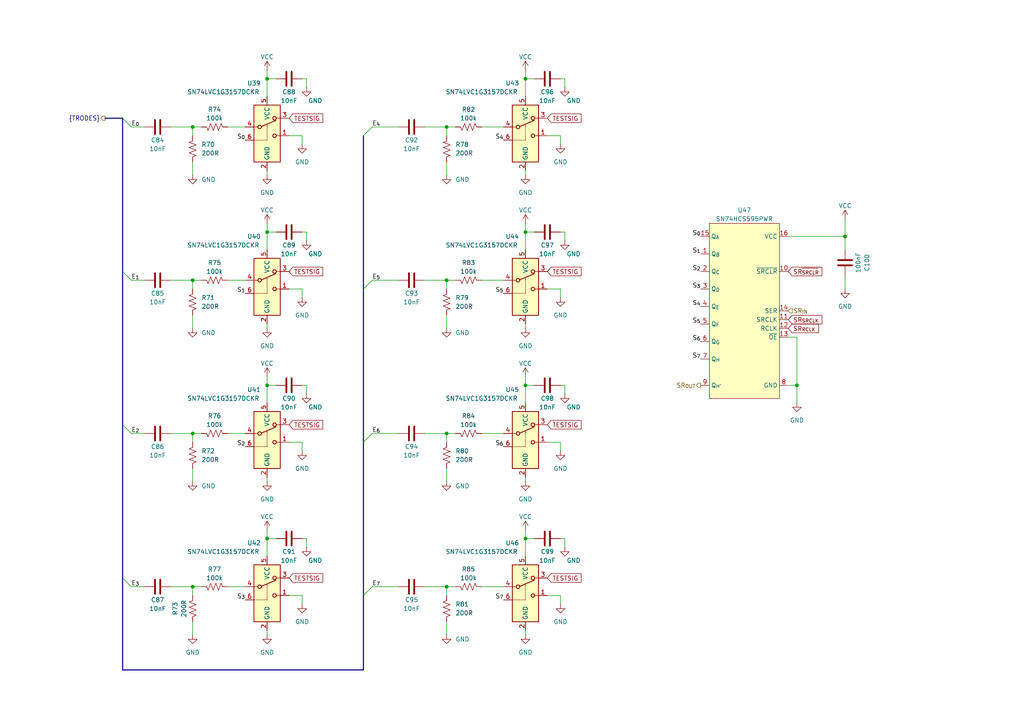
<source format=kicad_sch>
(kicad_sch (version 20250114) (generator "eeschema") (generator_version "9.0")
  (paper "A4")
  (title_block (title "Extracellular Electrophysiology Test Board") (date "2025-03-20") (rev "C") (company "Open Ephys, Inc") (comment 1 "Jonathan P. Newman"))
  (junction (at 152.4 156.21))
  (junction (at 77.47 156.21))
  (junction (at 129.54 81.28))
  (junction (at 129.54 36.83))
  (junction (at 231.14 111.76))
  (junction (at 55.88 81.28))
  (junction (at 77.47 22.86))
  (junction (at 152.4 22.86))
  (junction (at 152.4 111.76))
  (junction (at 77.47 67.31))
  (junction (at 55.88 125.73))
  (junction (at 152.4 67.31))
  (junction (at 129.54 125.73))
  (junction (at 77.47 111.76))
  (junction (at 55.88 36.83))
  (junction (at 129.54 170.18))
  (junction (at 55.88 170.18))
  (junction (at 245.11 68.58))
  (bus_entry (at 105.41 83.82) (size 2.54 -2.54))
  (bus_entry (at 35.56 123.19) (size 2.54 2.54))
  (bus_entry (at 35.56 34.29) (size 2.54 2.54))
  (bus_entry (at 35.56 167.64) (size 2.54 2.54))
  (bus_entry (at 105.41 128.27) (size 2.54 -2.54))
  (bus_entry (at 105.41 172.72) (size 2.54 -2.54))
  (bus_entry (at 35.56 78.74) (size 2.54 2.54))
  (bus_entry (at 105.41 39.37) (size 2.54 -2.54))
  (wire (pts (xy 129.54 81.28) (xy 129.54 83.82)))
  (wire (pts (xy 152.4 109.22) (xy 152.4 111.76)))
  (wire (pts (xy 152.4 95.25) (xy 152.4 93.98)))
  (bus (pts (xy 105.41 83.82) (xy 105.41 128.27)))
  (bus (pts (xy 105.41 39.37) (xy 105.41 83.82)))
  (wire (pts (xy 163.83 22.86) (xy 163.83 25.4)))
  (wire (pts (xy 55.88 91.44) (xy 55.88 95.25)))
  (wire (pts (xy 152.4 67.31) (xy 152.4 72.39)))
  (wire (pts (xy 66.04 36.83) (xy 71.12 36.83)))
  (wire (pts (xy 123.19 36.83) (xy 129.54 36.83)))
  (wire (pts (xy 162.56 156.21) (xy 163.83 156.21)))
  (wire (pts (xy 55.88 36.83) (xy 55.88 39.37)))
  (wire (pts (xy 66.04 81.28) (xy 71.12 81.28)))
  (wire (pts (xy 77.47 67.31) (xy 77.47 72.39)))
  (wire (pts (xy 55.88 36.83) (xy 58.42 36.83)))
  (wire (pts (xy 88.9 67.31) (xy 88.9 69.85)))
  (wire (pts (xy 129.54 46.99) (xy 129.54 50.8)))
  (wire (pts (xy 152.4 139.7) (xy 152.4 138.43)))
  (wire (pts (xy 139.7 125.73) (xy 146.05 125.73)))
  (wire (pts (xy 49.53 36.83) (xy 55.88 36.83)))
  (wire (pts (xy 162.56 83.82) (xy 158.75 83.82)))
  (wire (pts (xy 152.4 67.31) (xy 154.94 67.31)))
  (wire (pts (xy 38.1 81.28) (xy 41.91 81.28)))
  (wire (pts (xy 107.95 36.83) (xy 115.57 36.83)))
  (wire (pts (xy 77.47 156.21) (xy 77.47 161.29)))
  (wire (pts (xy 162.56 172.72) (xy 158.75 172.72)))
  (wire (pts (xy 87.63 67.31) (xy 88.9 67.31)))
  (wire (pts (xy 38.1 170.18) (xy 41.91 170.18)))
  (wire (pts (xy 77.47 50.8) (xy 77.47 49.53)))
  (wire (pts (xy 88.9 156.21) (xy 88.9 158.75)))
  (wire (pts (xy 152.4 64.77) (xy 152.4 67.31)))
  (wire (pts (xy 129.54 125.73) (xy 132.08 125.73)))
  (wire (pts (xy 87.63 83.82) (xy 83.82 83.82)))
  (wire (pts (xy 129.54 81.28) (xy 132.08 81.28)))
  (bus (pts (xy 35.56 167.64) (xy 35.56 194.31)))
  (wire (pts (xy 88.9 22.86) (xy 88.9 25.4)))
  (wire (pts (xy 77.47 139.7) (xy 77.47 138.43)))
  (wire (pts (xy 55.88 180.34) (xy 55.88 184.15)))
  (wire (pts (xy 123.19 81.28) (xy 129.54 81.28)))
  (wire (pts (xy 77.47 109.22) (xy 77.47 111.76)))
  (bus (pts (xy 105.41 128.27) (xy 105.41 172.72)))
  (wire (pts (xy 163.83 67.31) (xy 163.83 69.85)))
  (wire (pts (xy 77.47 67.31) (xy 80.01 67.31)))
  (wire (pts (xy 162.56 86.36) (xy 162.56 83.82)))
  (wire (pts (xy 162.56 128.27) (xy 158.75 128.27)))
  (wire (pts (xy 152.4 184.15) (xy 152.4 182.88)))
  (wire (pts (xy 129.54 135.89) (xy 129.54 139.7)))
  (wire (pts (xy 107.95 125.73) (xy 115.57 125.73)))
  (wire (pts (xy 88.9 111.76) (xy 88.9 114.3)))
  (wire (pts (xy 162.56 67.31) (xy 163.83 67.31)))
  (wire (pts (xy 55.88 46.99) (xy 55.88 50.8)))
  (wire (pts (xy 152.4 111.76) (xy 152.4 116.84)))
  (wire (pts (xy 38.1 36.83) (xy 41.91 36.83)))
  (wire (pts (xy 49.53 170.18) (xy 55.88 170.18)))
  (wire (pts (xy 87.63 86.36) (xy 87.63 83.82)))
  (wire (pts (xy 66.04 170.18) (xy 71.12 170.18)))
  (wire (pts (xy 162.56 22.86) (xy 163.83 22.86)))
  (wire (pts (xy 163.83 111.76) (xy 163.83 114.3)))
  (wire (pts (xy 87.63 130.81) (xy 87.63 128.27)))
  (wire (pts (xy 55.88 170.18) (xy 58.42 170.18)))
  (wire (pts (xy 77.47 95.25) (xy 77.47 93.98)))
  (wire (pts (xy 87.63 41.91) (xy 87.63 39.37)))
  (wire (pts (xy 231.14 97.79) (xy 231.14 111.76)))
  (wire (pts (xy 55.88 170.18) (xy 55.88 172.72)))
  (wire (pts (xy 49.53 125.73) (xy 55.88 125.73)))
  (wire (pts (xy 123.19 170.18) (xy 129.54 170.18)))
  (wire (pts (xy 77.47 111.76) (xy 80.01 111.76)))
  (wire (pts (xy 129.54 180.34) (xy 129.54 184.15)))
  (wire (pts (xy 152.4 22.86) (xy 152.4 27.94)))
  (wire (pts (xy 77.47 184.15) (xy 77.47 182.88)))
  (wire (pts (xy 87.63 175.26) (xy 87.63 172.72)))
  (wire (pts (xy 163.83 156.21) (xy 163.83 158.75)))
  (wire (pts (xy 152.4 22.86) (xy 154.94 22.86)))
  (wire (pts (xy 77.47 20.32) (xy 77.47 22.86)))
  (wire (pts (xy 87.63 111.76) (xy 88.9 111.76)))
  (wire (pts (xy 139.7 170.18) (xy 146.05 170.18)))
  (wire (pts (xy 55.88 125.73) (xy 58.42 125.73)))
  (wire (pts (xy 129.54 36.83) (xy 132.08 36.83)))
  (bus (pts (xy 35.56 78.74) (xy 35.56 123.19)))
  (wire (pts (xy 152.4 111.76) (xy 154.94 111.76)))
  (wire (pts (xy 38.1 125.73) (xy 41.91 125.73)))
  (wire (pts (xy 152.4 50.8) (xy 152.4 49.53)))
  (wire (pts (xy 245.11 80.01) (xy 245.11 83.82)))
  (bus (pts (xy 35.56 34.29) (xy 35.56 78.74)))
  (wire (pts (xy 87.63 22.86) (xy 88.9 22.86)))
  (wire (pts (xy 77.47 22.86) (xy 77.47 27.94)))
  (wire (pts (xy 55.88 81.28) (xy 58.42 81.28)))
  (wire (pts (xy 49.53 81.28) (xy 55.88 81.28)))
  (wire (pts (xy 139.7 36.83) (xy 146.05 36.83)))
  (bus (pts (xy 35.56 123.19) (xy 35.56 167.64)))
  (wire (pts (xy 152.4 156.21) (xy 152.4 161.29)))
  (wire (pts (xy 77.47 64.77) (xy 77.47 67.31)))
  (bus (pts (xy 30.48 34.29) (xy 35.56 34.29)))
  (bus (pts (xy 35.56 194.31) (xy 105.41 194.31)))
  (wire (pts (xy 245.11 68.58) (xy 245.11 72.39)))
  (wire (pts (xy 77.47 156.21) (xy 80.01 156.21)))
  (wire (pts (xy 162.56 41.91) (xy 162.56 39.37)))
  (wire (pts (xy 55.88 135.89) (xy 55.88 139.7)))
  (wire (pts (xy 123.19 125.73) (xy 129.54 125.73)))
  (wire (pts (xy 55.88 81.28) (xy 55.88 83.82)))
  (wire (pts (xy 129.54 170.18) (xy 132.08 170.18)))
  (wire (pts (xy 152.4 153.67) (xy 152.4 156.21)))
  (wire (pts (xy 162.56 130.81) (xy 162.56 128.27)))
  (wire (pts (xy 55.88 125.73) (xy 55.88 128.27)))
  (wire (pts (xy 162.56 39.37) (xy 158.75 39.37)))
  (bus (pts (xy 105.41 172.72) (xy 105.41 194.31)))
  (wire (pts (xy 77.47 22.86) (xy 80.01 22.86)))
  (wire (pts (xy 231.14 111.76) (xy 231.14 116.84)))
  (wire (pts (xy 77.47 111.76) (xy 77.47 116.84)))
  (wire (pts (xy 107.95 170.18) (xy 115.57 170.18)))
  (wire (pts (xy 245.11 68.58) (xy 228.6 68.58)))
  (wire (pts (xy 87.63 172.72) (xy 83.82 172.72)))
  (wire (pts (xy 77.47 153.67) (xy 77.47 156.21)))
  (wire (pts (xy 152.4 20.32) (xy 152.4 22.86)))
  (wire (pts (xy 129.54 125.73) (xy 129.54 128.27)))
  (wire (pts (xy 129.54 36.83) (xy 129.54 39.37)))
  (wire (pts (xy 107.95 81.28) (xy 115.57 81.28)))
  (wire (pts (xy 87.63 39.37) (xy 83.82 39.37)))
  (wire (pts (xy 139.7 81.28) (xy 146.05 81.28)))
  (wire (pts (xy 87.63 156.21) (xy 88.9 156.21)))
  (wire (pts (xy 162.56 111.76) (xy 163.83 111.76)))
  (wire (pts (xy 129.54 170.18) (xy 129.54 172.72)))
  (wire (pts (xy 152.4 156.21) (xy 154.94 156.21)))
  (wire (pts (xy 129.54 91.44) (xy 129.54 95.25)))
  (wire (pts (xy 231.14 111.76) (xy 228.6 111.76)))
  (wire (pts (xy 162.56 175.26) (xy 162.56 172.72)))
  (wire (pts (xy 228.6 97.79) (xy 231.14 97.79)))
  (wire (pts (xy 245.11 63.5) (xy 245.11 68.58)))
  (wire (pts (xy 87.63 128.27) (xy 83.82 128.27)))
  (wire (pts (xy 66.04 125.73) (xy 71.12 125.73)))
  (label "S_{4}" (at 203.2 88.9 180))
  (label "S_{7}" (at 203.2 104.14 180))
  (label "S_{0}" (at 203.2 68.58 180))
  (label "E_{1}" (at 38.1 81.28 0))
  (label "E_{5}" (at 107.95 81.28 0))
  (label "S_{0}" (at 71.12 40.64 180))
  (label "S_{2}" (at 71.12 129.54 180))
  (label "S_{1}" (at 203.2 73.66 180))
  (label "S_{4}" (at 146.05 40.64 180))
  (label "S_{7}" (at 146.05 173.99 180))
  (label "E_{3}" (at 38.1 170.18 0))
  (label "S_{5}" (at 203.2 93.98 180))
  (label "E_{4}" (at 107.95 36.83 0))
  (label "S_{3}" (at 203.2 83.82 180))
  (label "E_{2}" (at 38.1 125.73 0))
  (label "S_{5}" (at 146.05 85.09 180))
  (label "S_{2}" (at 203.2 78.74 180))
  (label "S_{6}" (at 203.2 99.06 180))
  (label "S_{3}" (at 71.12 173.99 180))
  (label "E_{7}" (at 107.95 170.18 0))
  (label "E_{6}" (at 107.95 125.73 0))
  (label "S_{6}" (at 146.05 129.54 180))
  (label "E_{0}" (at 38.1 36.83 0))
  (label "S_{1}" (at 71.12 85.09 180))
  (global_label "TESTSIG" (shape input) (at 158.75 123.19 0) (property "Intersheetrefs" "${INTERSHEET_REFS}" (effects (hide yes))))
  (global_label "TESTSIG" (shape input) (at 83.82 167.64 0) (property "Intersheetrefs" "${INTERSHEET_REFS}" (effects (hide yes))))
  (global_label "TESTSIG" (shape input) (at 83.82 78.74 0) (property "Intersheetrefs" "${INTERSHEET_REFS}" (effects (hide yes))))
  (global_label "SR_{SRCLK}" (shape input) (at 228.6 92.71 0) (property "Intersheetrefs" "${INTERSHEET_REFS}" (effects (hide yes))))
  (global_label "TESTSIG" (shape input) (at 83.82 123.19 0) (property "Intersheetrefs" "${INTERSHEET_REFS}" (effects (hide yes))))
  (global_label "TESTSIG" (shape input) (at 158.75 78.74 0) (property "Intersheetrefs" "${INTERSHEET_REFS}" (effects (hide yes))))
  (global_label "TESTSIG" (shape input) (at 158.75 167.64 0) (property "Intersheetrefs" "${INTERSHEET_REFS}" (effects (hide yes))))
  (global_label "TESTSIG" (shape input) (at 158.75 34.29 0) (property "Intersheetrefs" "${INTERSHEET_REFS}" (effects (hide yes))))
  (global_label "TESTSIG" (shape input) (at 83.82 34.29 0) (property "Intersheetrefs" "${INTERSHEET_REFS}" (effects (hide yes))))
  (global_label "SR_{~{SRCLR}}" (shape input) (at 228.6 78.74 0) (property "Intersheetrefs" "${INTERSHEET_REFS}" (effects (hide yes))))
  (global_label "SR_{RCLK}" (shape input) (at 228.6 95.25 0) (property "Intersheetrefs" "${INTERSHEET_REFS}" (effects (hide yes))))
  (hierarchical_label "SR_{IN}" (shape input) (at 228.6 90.17 0))
  (hierarchical_label "{TRODES}" (shape output) (at 30.48 34.29 180))
  (hierarchical_label "SR_{OUT}" (shape output) (at 203.2 111.76 180))
  (symbol (lib_id "Device:C") (at 119.38 81.28 90) (unit 1)
    (property "Reference" "C25" (at 119.38 85.09 90))
    (property "Value" "10nF" (at 119.38 87.63 90))
    (property "Footprint" "Capacitor_SMD:C_0402_1005Metric" (effects (hide yes)))
    (property "Description" "Unpolarized capacitor" (effects (hide yes)))
    (property "TempCo" "X7R" (effects (hide yes)))
    (property "OEPSPN" "OEPS010067" (effects (hide yes)))
    (property "MPN" "GRM155R71E103KA01D" (effects (hide yes)))
    (instances (project "ephys-test-board" (path "" (reference "C93") (unit 1)) (path "" (reference "C42") (unit 1)) (path "" (reference "C25") (unit 1)) (path "" (reference "C110") (unit 1)) (path "" (reference "C127") (unit 1)) (path "" (reference "C161") (unit 1)) (path "" (reference "C246") (unit 1)) (path "" (reference "C144") (unit 1)) (path "" (reference "C76") (unit 1)) (path "" (reference "C263") (unit 1)) (path "" (reference "C280") (unit 1)) (path "" (reference "C229") (unit 1)) (path "" (reference "C178") (unit 1)) (path "" (reference "C195") (unit 1)) (path "" (reference "C212") (unit 1)) (path "" (reference "C59") (unit 1))))
  )
  (symbol (lib_id "power:VCC") (at 152.4 109.22 0) (mirror y) (unit 1)
    (property "Reference" "#PWR060" (effects (hide yes)))
    (property "Value" "VCC" (at 152.4 105.41 0))
    (property "Description" "Power symbol creates a global label with name \"VCC\"" (effects (hide yes)))
    (instances (project "ephys-test-board" (path "" (reference "#PWR0232") (unit 1)) (path "" (reference "#PWR0103") (unit 1)) (path "" (reference "#PWR060") (unit 1)) (path "" (reference "#PWR0275") (unit 1)) (path "" (reference "#PWR0318") (unit 1)) (path "" (reference "#PWR0404") (unit 1)) (path "" (reference "#PWR0619") (unit 1)) (path "" (reference "#PWR0361") (unit 1)) (path "" (reference "#PWR0189") (unit 1)) (path "" (reference "#PWR0662") (unit 1)) (path "" (reference "#PWR0705") (unit 1)) (path "" (reference "#PWR0576") (unit 1)) (path "" (reference "#PWR0447") (unit 1)) (path "" (reference "#PWR0490") (unit 1)) (path "" (reference "#PWR0533") (unit 1)) (path "" (reference "#PWR0146") (unit 1))))
  )
  (symbol (lib_id "power:VCC") (at 77.47 153.67 0) (mirror y) (unit 1)
    (property "Reference" "#PWR042" (effects (hide yes)))
    (property "Value" "VCC" (at 77.47 149.86 0))
    (property "Description" "Power symbol creates a global label with name \"VCC\"" (effects (hide yes)))
    (instances (project "ephys-test-board" (path "" (reference "#PWR0214") (unit 1)) (path "" (reference "#PWR085") (unit 1)) (path "" (reference "#PWR042") (unit 1)) (path "" (reference "#PWR0257") (unit 1)) (path "" (reference "#PWR0300") (unit 1)) (path "" (reference "#PWR0386") (unit 1)) (path "" (reference "#PWR0601") (unit 1)) (path "" (reference "#PWR0343") (unit 1)) (path "" (reference "#PWR0171") (unit 1)) (path "" (reference "#PWR0644") (unit 1)) (path "" (reference "#PWR0687") (unit 1)) (path "" (reference "#PWR0558") (unit 1)) (path "" (reference "#PWR0429") (unit 1)) (path "" (reference "#PWR0472") (unit 1)) (path "" (reference "#PWR0515") (unit 1)) (path "" (reference "#PWR0128") (unit 1))))
  )
  (symbol (lib_id "Device:C") (at 45.72 170.18 90) (unit 1)
    (property "Reference" "C19" (at 45.72 173.99 90))
    (property "Value" "10nF" (at 45.72 176.53 90))
    (property "Footprint" "Capacitor_SMD:C_0402_1005Metric" (effects (hide yes)))
    (property "Description" "Unpolarized capacitor" (effects (hide yes)))
    (property "TempCo" "X7R" (effects (hide yes)))
    (property "OEPSPN" "OEPS010067" (effects (hide yes)))
    (property "MPN" "GRM155R71E103KA01D" (effects (hide yes)))
    (instances (project "ephys-test-board" (path "" (reference "C87") (unit 1)) (path "" (reference "C36") (unit 1)) (path "" (reference "C19") (unit 1)) (path "" (reference "C104") (unit 1)) (path "" (reference "C121") (unit 1)) (path "" (reference "C155") (unit 1)) (path "" (reference "C240") (unit 1)) (path "" (reference "C138") (unit 1)) (path "" (reference "C70") (unit 1)) (path "" (reference "C257") (unit 1)) (path "" (reference "C274") (unit 1)) (path "" (reference "C223") (unit 1)) (path "" (reference "C172") (unit 1)) (path "" (reference "C189") (unit 1)) (path "" (reference "C206") (unit 1)) (path "" (reference "C53") (unit 1))))
  )
  (symbol (lib_id "Device:R_US") (at 135.89 170.18 270) (mirror x) (unit 1)
    (property "Reference" "R21" (at 135.89 165.1 90))
    (property "Value" "100k" (at 135.89 167.64 90))
    (property "Footprint" "Resistor_SMD:R_0402_1005Metric" (effects (hide yes)))
    (property "Description" "Resistor, US symbol" (effects (hide yes)))
    (property "Tolerance" "0.1%" (effects (hide yes)))
    (property "MPN" "RG1005P-104-B-T5" (effects (hide yes)))
    (property "OEPSPN" "OEPS020175" (effects (hide yes)))
    (instances (project "ephys-test-board" (path "" (reference "R85") (unit 1)) (path "" (reference "R37") (unit 1)) (path "" (reference "R21") (unit 1)) (path "" (reference "R101") (unit 1)) (path "" (reference "R117") (unit 1)) (path "" (reference "R149") (unit 1)) (path "" (reference "R229") (unit 1)) (path "" (reference "R133") (unit 1)) (path "" (reference "R69") (unit 1)) (path "" (reference "R245") (unit 1)) (path "" (reference "R261") (unit 1)) (path "" (reference "R213") (unit 1)) (path "" (reference "R165") (unit 1)) (path "" (reference "R181") (unit 1)) (path "" (reference "R197") (unit 1)) (path "" (reference "R53") (unit 1))))
  )
  (symbol (lib_id "power:GND") (at 231.14 116.84 0) (unit 1)
    (property "Reference" "#PWR074" (effects (hide yes)))
    (property "Value" "GND" (at 231.14 121.92 0))
    (property "Description" "Power symbol creates a global label with name \"GND\" , ground" (effects (hide yes)))
    (instances (project "ephys-test-board" (path "" (reference "#PWR0246") (unit 1)) (path "" (reference "#PWR0117") (unit 1)) (path "" (reference "#PWR074") (unit 1)) (path "" (reference "#PWR0289") (unit 1)) (path "" (reference "#PWR0332") (unit 1)) (path "" (reference "#PWR0418") (unit 1)) (path "" (reference "#PWR0633") (unit 1)) (path "" (reference "#PWR0375") (unit 1)) (path "" (reference "#PWR0203") (unit 1)) (path "" (reference "#PWR0676") (unit 1)) (path "" (reference "#PWR0719") (unit 1)) (path "" (reference "#PWR0590") (unit 1)) (path "" (reference "#PWR0461") (unit 1)) (path "" (reference "#PWR0504") (unit 1)) (path "" (reference "#PWR0547") (unit 1)) (path "" (reference "#PWR0160") (unit 1))))
  )
  (symbol (lib_id "power:GND") (at 87.63 41.91 0) (mirror y) (unit 1)
    (property "Reference" "#PWR044" (effects (hide yes)))
    (property "Value" "GND" (at 87.63 46.99 0))
    (property "Description" "Power symbol creates a global label with name \"GND\" , ground" (effects (hide yes)))
    (instances (project "ephys-test-board" (path "" (reference "#PWR0216") (unit 1)) (path "" (reference "#PWR087") (unit 1)) (path "" (reference "#PWR044") (unit 1)) (path "" (reference "#PWR0259") (unit 1)) (path "" (reference "#PWR0302") (unit 1)) (path "" (reference "#PWR0388") (unit 1)) (path "" (reference "#PWR0603") (unit 1)) (path "" (reference "#PWR0345") (unit 1)) (path "" (reference "#PWR0173") (unit 1)) (path "" (reference "#PWR0646") (unit 1)) (path "" (reference "#PWR0689") (unit 1)) (path "" (reference "#PWR0560") (unit 1)) (path "" (reference "#PWR0431") (unit 1)) (path "" (reference "#PWR0474") (unit 1)) (path "" (reference "#PWR0517") (unit 1)) (path "" (reference "#PWR0130") (unit 1))))
  )
  (symbol (lib_id "open-ephys:SN74LVC1G3157DCKR") (at 152.4 127 0) (unit 1)
    (property "Reference" "U9" (at 148.59 113.03 0))
    (property "Value" "SN74LVC1G3157DCKR" (at 139.7 115.57 0))
    (property "Footprint" "Package_TO_SOT_SMD:SOT-363_SC-70-6" (effects (hide yes)))
    (property "Datasheet" "https://www.ti.com/lit/ds/symlink/sn74lvc1g3157.pdf?HQS=dis-dk-null-digikeymode-dsf-pf-null-wwe&ts=1702261952416&ref_url=https%253A%252F%252Fwww.ti.com%252Fgeneral%252Fdocs%252Fsuppproductinfo.tsp%253FdistId%253D10%2526gotoUrl%253Dhttps%253A%252F%252Fwww.ti.com%252Flit%252Fgpn%252Fsn74lvc1g3157" (effects (hide yes)))
    (property "Description" "Single-Pole Double-Throw Analog Switch" (effects (hide yes)))
    (property "OEPSPN" "espera" (effects (hide yes)))
    (property "MPN" "SN74LVC1G3157DCKR" (effects (hide yes)))
    (instances (project "ephys-test-board" (path "" (reference "U45") (unit 1)) (path "" (reference "U18") (unit 1)) (path "" (reference "U9") (unit 1)) (path "" (reference "U54") (unit 1)) (path "" (reference "U63") (unit 1)) (path "" (reference "U81") (unit 1)) (path "" (reference "U126") (unit 1)) (path "" (reference "U72") (unit 1)) (path "" (reference "U36") (unit 1)) (path "" (reference "U135") (unit 1)) (path "" (reference "U144") (unit 1)) (path "" (reference "U117") (unit 1)) (path "" (reference "U90") (unit 1)) (path "" (reference "U99") (unit 1)) (path "" (reference "U108") (unit 1)) (path "" (reference "U27") (unit 1))))
  )
  (symbol (lib_id "Device:C") (at 83.82 22.86 90) (unit 1)
    (property "Reference" "C20" (at 83.82 26.67 90))
    (property "Value" "10nF" (at 83.82 29.21 90))
    (property "Footprint" "Capacitor_SMD:C_0402_1005Metric" (effects (hide yes)))
    (property "Description" "Unpolarized capacitor" (effects (hide yes)))
    (property "TempCo" "X7R" (effects (hide yes)))
    (property "OEPSPN" "OEPS010067" (effects (hide yes)))
    (property "MPN" "GRM155R71E103KA01D" (effects (hide yes)))
    (instances (project "ephys-test-board" (path "" (reference "C88") (unit 1)) (path "" (reference "C37") (unit 1)) (path "" (reference "C20") (unit 1)) (path "" (reference "C105") (unit 1)) (path "" (reference "C122") (unit 1)) (path "" (reference "C156") (unit 1)) (path "" (reference "C241") (unit 1)) (path "" (reference "C139") (unit 1)) (path "" (reference "C71") (unit 1)) (path "" (reference "C258") (unit 1)) (path "" (reference "C275") (unit 1)) (path "" (reference "C224") (unit 1)) (path "" (reference "C173") (unit 1)) (path "" (reference "C190") (unit 1)) (path "" (reference "C207") (unit 1)) (path "" (reference "C54") (unit 1))))
  )
  (symbol (lib_id "Device:R_US") (at 55.88 176.53 0) (mirror y) (unit 1)
    (property "Reference" "R9" (at 50.8 176.53 90))
    (property "Value" "200R" (at 53.34 176.53 90))
    (property "Footprint" "Resistor_SMD:R_0402_1005Metric" (effects (hide yes)))
    (property "Description" "Resistor, US symbol" (effects (hide yes)))
    (property "Tolerance" "0.1%" (effects (hide yes)))
    (property "MPN" "ERA-2AEB201X" (effects (hide yes)))
    (property "OEPSPN" "OEPS020171" (effects (hide yes)))
    (instances (project "ephys-test-board" (path "" (reference "R73") (unit 1)) (path "" (reference "R25") (unit 1)) (path "" (reference "R9") (unit 1)) (path "" (reference "R89") (unit 1)) (path "" (reference "R105") (unit 1)) (path "" (reference "R137") (unit 1)) (path "" (reference "R217") (unit 1)) (path "" (reference "R121") (unit 1)) (path "" (reference "R57") (unit 1)) (path "" (reference "R233") (unit 1)) (path "" (reference "R249") (unit 1)) (path "" (reference "R201") (unit 1)) (path "" (reference "R153") (unit 1)) (path "" (reference "R169") (unit 1)) (path "" (reference "R185") (unit 1)) (path "" (reference "R41") (unit 1))))
  )
  (symbol (lib_id "Device:R_US") (at 62.23 81.28 270) (mirror x) (unit 1)
    (property "Reference" "R11" (at 62.23 76.2 90))
    (property "Value" "100k" (at 62.23 78.74 90))
    (property "Footprint" "Resistor_SMD:R_0402_1005Metric" (effects (hide yes)))
    (property "Description" "Resistor, US symbol" (effects (hide yes)))
    (property "Tolerance" "0.1%" (effects (hide yes)))
    (property "MPN" "RG1005P-104-B-T5" (effects (hide yes)))
    (property "OEPSPN" "OEPS020175" (effects (hide yes)))
    (instances (project "ephys-test-board" (path "" (reference "R75") (unit 1)) (path "" (reference "R27") (unit 1)) (path "" (reference "R11") (unit 1)) (path "" (reference "R91") (unit 1)) (path "" (reference "R107") (unit 1)) (path "" (reference "R139") (unit 1)) (path "" (reference "R219") (unit 1)) (path "" (reference "R123") (unit 1)) (path "" (reference "R59") (unit 1)) (path "" (reference "R235") (unit 1)) (path "" (reference "R251") (unit 1)) (path "" (reference "R203") (unit 1)) (path "" (reference "R155") (unit 1)) (path "" (reference "R171") (unit 1)) (path "" (reference "R187") (unit 1)) (path "" (reference "R43") (unit 1))))
  )
  (symbol (lib_id "power:VCC") (at 152.4 153.67 0) (mirror y) (unit 1)
    (property "Reference" "#PWR062" (effects (hide yes)))
    (property "Value" "VCC" (at 152.4 149.86 0))
    (property "Description" "Power symbol creates a global label with name \"VCC\"" (effects (hide yes)))
    (instances (project "ephys-test-board" (path "" (reference "#PWR0234") (unit 1)) (path "" (reference "#PWR0105") (unit 1)) (path "" (reference "#PWR062") (unit 1)) (path "" (reference "#PWR0277") (unit 1)) (path "" (reference "#PWR0320") (unit 1)) (path "" (reference "#PWR0406") (unit 1)) (path "" (reference "#PWR0621") (unit 1)) (path "" (reference "#PWR0363") (unit 1)) (path "" (reference "#PWR0191") (unit 1)) (path "" (reference "#PWR0664") (unit 1)) (path "" (reference "#PWR0707") (unit 1)) (path "" (reference "#PWR0578") (unit 1)) (path "" (reference "#PWR0449") (unit 1)) (path "" (reference "#PWR0492") (unit 1)) (path "" (reference "#PWR0535") (unit 1)) (path "" (reference "#PWR0148") (unit 1))))
  )
  (symbol (lib_id "Device:R_US") (at 62.23 36.83 270) (mirror x) (unit 1)
    (property "Reference" "R10" (at 62.23 31.75 90))
    (property "Value" "100k" (at 62.23 34.29 90))
    (property "Footprint" "Resistor_SMD:R_0402_1005Metric" (effects (hide yes)))
    (property "Description" "Resistor, US symbol" (effects (hide yes)))
    (property "Tolerance" "0.1%" (effects (hide yes)))
    (property "MPN" "RG1005P-104-B-T5" (effects (hide yes)))
    (property "OEPSPN" "OEPS020175" (effects (hide yes)))
    (instances (project "ephys-test-board" (path "" (reference "R74") (unit 1)) (path "" (reference "R26") (unit 1)) (path "" (reference "R10") (unit 1)) (path "" (reference "R90") (unit 1)) (path "" (reference "R106") (unit 1)) (path "" (reference "R138") (unit 1)) (path "" (reference "R218") (unit 1)) (path "" (reference "R122") (unit 1)) (path "" (reference "R58") (unit 1)) (path "" (reference "R234") (unit 1)) (path "" (reference "R250") (unit 1)) (path "" (reference "R202") (unit 1)) (path "" (reference "R154") (unit 1)) (path "" (reference "R170") (unit 1)) (path "" (reference "R186") (unit 1)) (path "" (reference "R42") (unit 1))))
  )
  (symbol (lib_id "Device:R_US") (at 55.88 43.18 0) (mirror y) (unit 1)
    (property "Reference" "R6" (at 58.42 41.9099 0) (effects (justify right)))
    (property "Value" "200R" (at 58.42 44.4499 0) (effects (justify right)))
    (property "Footprint" "Resistor_SMD:R_0402_1005Metric" (effects (hide yes)))
    (property "Description" "Resistor, US symbol" (effects (hide yes)))
    (property "Tolerance" "0.1%" (effects (hide yes)))
    (property "MPN" "ERA-2AEB201X" (effects (hide yes)))
    (property "OEPSPN" "OEPS020171" (effects (hide yes)))
    (instances (project "ephys-test-board" (path "" (reference "R70") (unit 1)) (path "" (reference "R22") (unit 1)) (path "" (reference "R6") (unit 1)) (path "" (reference "R86") (unit 1)) (path "" (reference "R102") (unit 1)) (path "" (reference "R134") (unit 1)) (path "" (reference "R214") (unit 1)) (path "" (reference "R118") (unit 1)) (path "" (reference "R54") (unit 1)) (path "" (reference "R230") (unit 1)) (path "" (reference "R246") (unit 1)) (path "" (reference "R198") (unit 1)) (path "" (reference "R150") (unit 1)) (path "" (reference "R166") (unit 1)) (path "" (reference "R182") (unit 1)) (path "" (reference "R38") (unit 1))))
  )
  (symbol (lib_id "Device:C") (at 245.11 76.2 0) (unit 1)
    (property "Reference" "C32" (at 251.46 76.2 90))
    (property "Value" "100nF" (at 248.92 76.2 90))
    (property "Footprint" "Capacitor_SMD:C_0402_1005Metric" (effects (hide yes)))
    (property "Description" "Unpolarized capacitor" (effects (hide yes)))
    (property "TempCo" "X7R" (effects (hide yes)))
    (property "OEPSPN" "OEPS010050" (effects (hide yes)))
    (property "MPN" "C1005X7R1E104K050BB" (effects (hide yes)))
    (instances (project "ephys-test-board" (path "" (reference "C100") (unit 1)) (path "" (reference "C49") (unit 1)) (path "" (reference "C32") (unit 1)) (path "" (reference "C117") (unit 1)) (path "" (reference "C134") (unit 1)) (path "" (reference "C168") (unit 1)) (path "" (reference "C253") (unit 1)) (path "" (reference "C151") (unit 1)) (path "" (reference "C83") (unit 1)) (path "" (reference "C270") (unit 1)) (path "" (reference "C287") (unit 1)) (path "" (reference "C236") (unit 1)) (path "" (reference "C185") (unit 1)) (path "" (reference "C202") (unit 1)) (path "" (reference "C219") (unit 1)) (path "" (reference "C66") (unit 1))))
  )
  (symbol (lib_id "Device:R_US") (at 129.54 176.53 0) (mirror y) (unit 1)
    (property "Reference" "R17" (at 132.08 175.2599 0) (effects (justify right)))
    (property "Value" "200R" (at 132.08 177.7999 0) (effects (justify right)))
    (property "Footprint" "Resistor_SMD:R_0402_1005Metric" (effects (hide yes)))
    (property "Description" "Resistor, US symbol" (effects (hide yes)))
    (property "Tolerance" "0.1%" (effects (hide yes)))
    (property "MPN" "ERA-2AEB201X" (effects (hide yes)))
    (property "OEPSPN" "OEPS020171" (effects (hide yes)))
    (instances (project "ephys-test-board" (path "" (reference "R81") (unit 1)) (path "" (reference "R33") (unit 1)) (path "" (reference "R17") (unit 1)) (path "" (reference "R97") (unit 1)) (path "" (reference "R113") (unit 1)) (path "" (reference "R145") (unit 1)) (path "" (reference "R225") (unit 1)) (path "" (reference "R129") (unit 1)) (path "" (reference "R65") (unit 1)) (path "" (reference "R241") (unit 1)) (path "" (reference "R257") (unit 1)) (path "" (reference "R209") (unit 1)) (path "" (reference "R161") (unit 1)) (path "" (reference "R177") (unit 1)) (path "" (reference "R193") (unit 1)) (path "" (reference "R49") (unit 1))))
  )
  (symbol (lib_id "Device:C") (at 83.82 111.76 90) (unit 1)
    (property "Reference" "C22" (at 83.82 115.57 90))
    (property "Value" "10nF" (at 83.82 118.11 90))
    (property "Footprint" "Capacitor_SMD:C_0402_1005Metric" (effects (hide yes)))
    (property "Description" "Unpolarized capacitor" (effects (hide yes)))
    (property "TempCo" "X7R" (effects (hide yes)))
    (property "OEPSPN" "OEPS010067" (effects (hide yes)))
    (property "MPN" "GRM155R71E103KA01D" (effects (hide yes)))
    (instances (project "ephys-test-board" (path "" (reference "C90") (unit 1)) (path "" (reference "C39") (unit 1)) (path "" (reference "C22") (unit 1)) (path "" (reference "C107") (unit 1)) (path "" (reference "C124") (unit 1)) (path "" (reference "C158") (unit 1)) (path "" (reference "C243") (unit 1)) (path "" (reference "C141") (unit 1)) (path "" (reference "C73") (unit 1)) (path "" (reference "C260") (unit 1)) (path "" (reference "C277") (unit 1)) (path "" (reference "C226") (unit 1)) (path "" (reference "C175") (unit 1)) (path "" (reference "C192") (unit 1)) (path "" (reference "C209") (unit 1)) (path "" (reference "C56") (unit 1))))
  )
  (symbol (lib_id "power:GND") (at 162.56 41.91 0) (mirror y) (unit 1)
    (property "Reference" "#PWR064" (effects (hide yes)))
    (property "Value" "GND" (at 162.56 46.99 0))
    (property "Description" "Power symbol creates a global label with name \"GND\" , ground" (effects (hide yes)))
    (instances (project "ephys-test-board" (path "" (reference "#PWR0236") (unit 1)) (path "" (reference "#PWR0107") (unit 1)) (path "" (reference "#PWR064") (unit 1)) (path "" (reference "#PWR0279") (unit 1)) (path "" (reference "#PWR0322") (unit 1)) (path "" (reference "#PWR0408") (unit 1)) (path "" (reference "#PWR0623") (unit 1)) (path "" (reference "#PWR0365") (unit 1)) (path "" (reference "#PWR0193") (unit 1)) (path "" (reference "#PWR0666") (unit 1)) (path "" (reference "#PWR0709") (unit 1)) (path "" (reference "#PWR0580") (unit 1)) (path "" (reference "#PWR0451") (unit 1)) (path "" (reference "#PWR0494") (unit 1)) (path "" (reference "#PWR0537") (unit 1)) (path "" (reference "#PWR0150") (unit 1))))
  )
  (symbol (lib_id "power:GND") (at 245.11 83.82 0) (unit 1)
    (property "Reference" "#PWR073" (effects (hide yes)))
    (property "Value" "GND" (at 245.11 88.9 0))
    (property "Description" "Power symbol creates a global label with name \"GND\" , ground" (effects (hide yes)))
    (instances (project "ephys-test-board" (path "" (reference "#PWR0245") (unit 1)) (path "" (reference "#PWR0116") (unit 1)) (path "" (reference "#PWR073") (unit 1)) (path "" (reference "#PWR0288") (unit 1)) (path "" (reference "#PWR0331") (unit 1)) (path "" (reference "#PWR0417") (unit 1)) (path "" (reference "#PWR0632") (unit 1)) (path "" (reference "#PWR0374") (unit 1)) (path "" (reference "#PWR0202") (unit 1)) (path "" (reference "#PWR0675") (unit 1)) (path "" (reference "#PWR0718") (unit 1)) (path "" (reference "#PWR0589") (unit 1)) (path "" (reference "#PWR0460") (unit 1)) (path "" (reference "#PWR0503") (unit 1)) (path "" (reference "#PWR0546") (unit 1)) (path "" (reference "#PWR0159") (unit 1))))
  )
  (symbol (lib_id "power:VCC") (at 152.4 64.77 0) (mirror y) (unit 1)
    (property "Reference" "#PWR058" (effects (hide yes)))
    (property "Value" "VCC" (at 152.4 60.96 0))
    (property "Description" "Power symbol creates a global label with name \"VCC\"" (effects (hide yes)))
    (instances (project "ephys-test-board" (path "" (reference "#PWR0230") (unit 1)) (path "" (reference "#PWR0101") (unit 1)) (path "" (reference "#PWR058") (unit 1)) (path "" (reference "#PWR0273") (unit 1)) (path "" (reference "#PWR0316") (unit 1)) (path "" (reference "#PWR0402") (unit 1)) (path "" (reference "#PWR0617") (unit 1)) (path "" (reference "#PWR0359") (unit 1)) (path "" (reference "#PWR0187") (unit 1)) (path "" (reference "#PWR0660") (unit 1)) (path "" (reference "#PWR0703") (unit 1)) (path "" (reference "#PWR0574") (unit 1)) (path "" (reference "#PWR0445") (unit 1)) (path "" (reference "#PWR0488") (unit 1)) (path "" (reference "#PWR0531") (unit 1)) (path "" (reference "#PWR0144") (unit 1))))
  )
  (symbol (lib_id "Device:R_US") (at 129.54 132.08 0) (mirror y) (unit 1)
    (property "Reference" "R16" (at 132.08 130.8099 0) (effects (justify right)))
    (property "Value" "200R" (at 132.08 133.3499 0) (effects (justify right)))
    (property "Footprint" "Resistor_SMD:R_0402_1005Metric" (effects (hide yes)))
    (property "Description" "Resistor, US symbol" (effects (hide yes)))
    (property "Tolerance" "0.1%" (effects (hide yes)))
    (property "MPN" "ERA-2AEB201X" (effects (hide yes)))
    (property "OEPSPN" "OEPS020171" (effects (hide yes)))
    (instances (project "ephys-test-board" (path "" (reference "R80") (unit 1)) (path "" (reference "R32") (unit 1)) (path "" (reference "R16") (unit 1)) (path "" (reference "R96") (unit 1)) (path "" (reference "R112") (unit 1)) (path "" (reference "R144") (unit 1)) (path "" (reference "R224") (unit 1)) (path "" (reference "R128") (unit 1)) (path "" (reference "R64") (unit 1)) (path "" (reference "R240") (unit 1)) (path "" (reference "R256") (unit 1)) (path "" (reference "R208") (unit 1)) (path "" (reference "R160") (unit 1)) (path "" (reference "R176") (unit 1)) (path "" (reference "R192") (unit 1)) (path "" (reference "R48") (unit 1))))
  )
  (symbol (lib_id "power:GND") (at 88.9 25.4 0) (mirror y) (unit 1)
    (property "Reference" "#PWR048" (effects (hide yes)))
    (property "Value" "GND" (at 91.44 29.21 0))
    (property "Description" "Power symbol creates a global label with name \"GND\" , ground" (effects (hide yes)))
    (instances (project "ephys-test-board" (path "" (reference "#PWR0220") (unit 1)) (path "" (reference "#PWR091") (unit 1)) (path "" (reference "#PWR048") (unit 1)) (path "" (reference "#PWR0263") (unit 1)) (path "" (reference "#PWR0306") (unit 1)) (path "" (reference "#PWR0392") (unit 1)) (path "" (reference "#PWR0607") (unit 1)) (path "" (reference "#PWR0349") (unit 1)) (path "" (reference "#PWR0177") (unit 1)) (path "" (reference "#PWR0650") (unit 1)) (path "" (reference "#PWR0693") (unit 1)) (path "" (reference "#PWR0564") (unit 1)) (path "" (reference "#PWR0435") (unit 1)) (path "" (reference "#PWR0478") (unit 1)) (path "" (reference "#PWR0521") (unit 1)) (path "" (reference "#PWR0134") (unit 1))))
  )
  (symbol (lib_id "power:GND") (at 152.4 184.15 0) (mirror y) (unit 1)
    (property "Reference" "#PWR063" (effects (hide yes)))
    (property "Value" "GND" (at 152.4 189.23 0))
    (property "Description" "Power symbol creates a global label with name \"GND\" , ground" (effects (hide yes)))
    (instances (project "ephys-test-board" (path "" (reference "#PWR0235") (unit 1)) (path "" (reference "#PWR0106") (unit 1)) (path "" (reference "#PWR063") (unit 1)) (path "" (reference "#PWR0278") (unit 1)) (path "" (reference "#PWR0321") (unit 1)) (path "" (reference "#PWR0407") (unit 1)) (path "" (reference "#PWR0622") (unit 1)) (path "" (reference "#PWR0364") (unit 1)) (path "" (reference "#PWR0192") (unit 1)) (path "" (reference "#PWR0665") (unit 1)) (path "" (reference "#PWR0708") (unit 1)) (path "" (reference "#PWR0579") (unit 1)) (path "" (reference "#PWR0450") (unit 1)) (path "" (reference "#PWR0493") (unit 1)) (path "" (reference "#PWR0536") (unit 1)) (path "" (reference "#PWR0149") (unit 1))))
  )
  (symbol (lib_id "power:GND") (at 162.56 175.26 0) (mirror y) (unit 1)
    (property "Reference" "#PWR067" (effects (hide yes)))
    (property "Value" "GND" (at 162.56 180.34 0))
    (property "Description" "Power symbol creates a global label with name \"GND\" , ground" (effects (hide yes)))
    (instances (project "ephys-test-board" (path "" (reference "#PWR0239") (unit 1)) (path "" (reference "#PWR0110") (unit 1)) (path "" (reference "#PWR067") (unit 1)) (path "" (reference "#PWR0282") (unit 1)) (path "" (reference "#PWR0325") (unit 1)) (path "" (reference "#PWR0411") (unit 1)) (path "" (reference "#PWR0626") (unit 1)) (path "" (reference "#PWR0368") (unit 1)) (path "" (reference "#PWR0196") (unit 1)) (path "" (reference "#PWR0669") (unit 1)) (path "" (reference "#PWR0712") (unit 1)) (path "" (reference "#PWR0583") (unit 1)) (path "" (reference "#PWR0454") (unit 1)) (path "" (reference "#PWR0497") (unit 1)) (path "" (reference "#PWR0540") (unit 1)) (path "" (reference "#PWR0153") (unit 1))))
  )
  (symbol (lib_id "power:GND") (at 77.47 184.15 0) (mirror y) (unit 1)
    (property "Reference" "#PWR043" (effects (hide yes)))
    (property "Value" "GND" (at 77.47 189.23 0))
    (property "Description" "Power symbol creates a global label with name \"GND\" , ground" (effects (hide yes)))
    (instances (project "ephys-test-board" (path "" (reference "#PWR0215") (unit 1)) (path "" (reference "#PWR086") (unit 1)) (path "" (reference "#PWR043") (unit 1)) (path "" (reference "#PWR0258") (unit 1)) (path "" (reference "#PWR0301") (unit 1)) (path "" (reference "#PWR0387") (unit 1)) (path "" (reference "#PWR0602") (unit 1)) (path "" (reference "#PWR0344") (unit 1)) (path "" (reference "#PWR0172") (unit 1)) (path "" (reference "#PWR0645") (unit 1)) (path "" (reference "#PWR0688") (unit 1)) (path "" (reference "#PWR0559") (unit 1)) (path "" (reference "#PWR0430") (unit 1)) (path "" (reference "#PWR0473") (unit 1)) (path "" (reference "#PWR0516") (unit 1)) (path "" (reference "#PWR0129") (unit 1))))
  )
  (symbol (lib_id "Device:C") (at 158.75 22.86 90) (unit 1)
    (property "Reference" "C28" (at 158.75 26.67 90))
    (property "Value" "10nF" (at 158.75 29.21 90))
    (property "Footprint" "Capacitor_SMD:C_0402_1005Metric" (effects (hide yes)))
    (property "Description" "Unpolarized capacitor" (effects (hide yes)))
    (property "TempCo" "X7R" (effects (hide yes)))
    (property "OEPSPN" "OEPS010067" (effects (hide yes)))
    (property "MPN" "GRM155R71E103KA01D" (effects (hide yes)))
    (instances (project "ephys-test-board" (path "" (reference "C96") (unit 1)) (path "" (reference "C45") (unit 1)) (path "" (reference "C28") (unit 1)) (path "" (reference "C113") (unit 1)) (path "" (reference "C130") (unit 1)) (path "" (reference "C164") (unit 1)) (path "" (reference "C249") (unit 1)) (path "" (reference "C147") (unit 1)) (path "" (reference "C79") (unit 1)) (path "" (reference "C266") (unit 1)) (path "" (reference "C283") (unit 1)) (path "" (reference "C232") (unit 1)) (path "" (reference "C181") (unit 1)) (path "" (reference "C198") (unit 1)) (path "" (reference "C215") (unit 1)) (path "" (reference "C62") (unit 1))))
  )
  (symbol (lib_id "power:GND") (at 162.56 86.36 0) (mirror y) (unit 1)
    (property "Reference" "#PWR065" (effects (hide yes)))
    (property "Value" "GND" (at 162.56 91.44 0))
    (property "Description" "Power symbol creates a global label with name \"GND\" , ground" (effects (hide yes)))
    (instances (project "ephys-test-board" (path "" (reference "#PWR0237") (unit 1)) (path "" (reference "#PWR0108") (unit 1)) (path "" (reference "#PWR065") (unit 1)) (path "" (reference "#PWR0280") (unit 1)) (path "" (reference "#PWR0323") (unit 1)) (path "" (reference "#PWR0409") (unit 1)) (path "" (reference "#PWR0624") (unit 1)) (path "" (reference "#PWR0366") (unit 1)) (path "" (reference "#PWR0194") (unit 1)) (path "" (reference "#PWR0667") (unit 1)) (path "" (reference "#PWR0710") (unit 1)) (path "" (reference "#PWR0581") (unit 1)) (path "" (reference "#PWR0452") (unit 1)) (path "" (reference "#PWR0495") (unit 1)) (path "" (reference "#PWR0538") (unit 1)) (path "" (reference "#PWR0151") (unit 1))))
  )
  (symbol (lib_id "power:GND") (at 77.47 50.8 0) (mirror y) (unit 1)
    (property "Reference" "#PWR037" (effects (hide yes)))
    (property "Value" "GND" (at 77.47 55.88 0))
    (property "Description" "Power symbol creates a global label with name \"GND\" , ground" (effects (hide yes)))
    (instances (project "ephys-test-board" (path "" (reference "#PWR0209") (unit 1)) (path "" (reference "#PWR080") (unit 1)) (path "" (reference "#PWR037") (unit 1)) (path "" (reference "#PWR0252") (unit 1)) (path "" (reference "#PWR0295") (unit 1)) (path "" (reference "#PWR0381") (unit 1)) (path "" (reference "#PWR0596") (unit 1)) (path "" (reference "#PWR0338") (unit 1)) (path "" (reference "#PWR0166") (unit 1)) (path "" (reference "#PWR0639") (unit 1)) (path "" (reference "#PWR0682") (unit 1)) (path "" (reference "#PWR0553") (unit 1)) (path "" (reference "#PWR0424") (unit 1)) (path "" (reference "#PWR0467") (unit 1)) (path "" (reference "#PWR0510") (unit 1)) (path "" (reference "#PWR0123") (unit 1))))
  )
  (symbol (lib_id "power:GND") (at 152.4 50.8 0) (mirror y) (unit 1)
    (property "Reference" "#PWR057" (effects (hide yes)))
    (property "Value" "GND" (at 152.4 55.88 0))
    (property "Description" "Power symbol creates a global label with name \"GND\" , ground" (effects (hide yes)))
    (instances (project "ephys-test-board" (path "" (reference "#PWR0229") (unit 1)) (path "" (reference "#PWR0100") (unit 1)) (path "" (reference "#PWR057") (unit 1)) (path "" (reference "#PWR0272") (unit 1)) (path "" (reference "#PWR0315") (unit 1)) (path "" (reference "#PWR0401") (unit 1)) (path "" (reference "#PWR0616") (unit 1)) (path "" (reference "#PWR0358") (unit 1)) (path "" (reference "#PWR0186") (unit 1)) (path "" (reference "#PWR0659") (unit 1)) (path "" (reference "#PWR0702") (unit 1)) (path "" (reference "#PWR0573") (unit 1)) (path "" (reference "#PWR0444") (unit 1)) (path "" (reference "#PWR0487") (unit 1)) (path "" (reference "#PWR0530") (unit 1)) (path "" (reference "#PWR0143") (unit 1))))
  )
  (symbol (lib_id "Device:C") (at 45.72 81.28 90) (unit 1)
    (property "Reference" "C17" (at 45.72 85.09 90))
    (property "Value" "10nF" (at 45.72 87.63 90))
    (property "Footprint" "Capacitor_SMD:C_0402_1005Metric" (effects (hide yes)))
    (property "Description" "Unpolarized capacitor" (effects (hide yes)))
    (property "TempCo" "X7R" (effects (hide yes)))
    (property "OEPSPN" "OEPS010067" (effects (hide yes)))
    (property "MPN" "GRM155R71E103KA01D" (effects (hide yes)))
    (instances (project "ephys-test-board" (path "" (reference "C85") (unit 1)) (path "" (reference "C34") (unit 1)) (path "" (reference "C17") (unit 1)) (path "" (reference "C102") (unit 1)) (path "" (reference "C119") (unit 1)) (path "" (reference "C153") (unit 1)) (path "" (reference "C238") (unit 1)) (path "" (reference "C136") (unit 1)) (path "" (reference "C68") (unit 1)) (path "" (reference "C255") (unit 1)) (path "" (reference "C272") (unit 1)) (path "" (reference "C221") (unit 1)) (path "" (reference "C170") (unit 1)) (path "" (reference "C187") (unit 1)) (path "" (reference "C204") (unit 1)) (path "" (reference "C51") (unit 1))))
  )
  (symbol (lib_id "power:GND") (at 87.63 130.81 0) (mirror y) (unit 1)
    (property "Reference" "#PWR046" (effects (hide yes)))
    (property "Value" "GND" (at 87.63 135.89 0))
    (property "Description" "Power symbol creates a global label with name \"GND\" , ground" (effects (hide yes)))
    (instances (project "ephys-test-board" (path "" (reference "#PWR0218") (unit 1)) (path "" (reference "#PWR089") (unit 1)) (path "" (reference "#PWR046") (unit 1)) (path "" (reference "#PWR0261") (unit 1)) (path "" (reference "#PWR0304") (unit 1)) (path "" (reference "#PWR0390") (unit 1)) (path "" (reference "#PWR0605") (unit 1)) (path "" (reference "#PWR0347") (unit 1)) (path "" (reference "#PWR0175") (unit 1)) (path "" (reference "#PWR0648") (unit 1)) (path "" (reference "#PWR0691") (unit 1)) (path "" (reference "#PWR0562") (unit 1)) (path "" (reference "#PWR0433") (unit 1)) (path "" (reference "#PWR0476") (unit 1)) (path "" (reference "#PWR0519") (unit 1)) (path "" (reference "#PWR0132") (unit 1))))
  )
  (symbol (lib_id "power:VCC") (at 77.47 109.22 0) (mirror y) (unit 1)
    (property "Reference" "#PWR040" (effects (hide yes)))
    (property "Value" "VCC" (at 77.47 105.41 0))
    (property "Description" "Power symbol creates a global label with name \"VCC\"" (effects (hide yes)))
    (instances (project "ephys-test-board" (path "" (reference "#PWR0212") (unit 1)) (path "" (reference "#PWR083") (unit 1)) (path "" (reference "#PWR040") (unit 1)) (path "" (reference "#PWR0255") (unit 1)) (path "" (reference "#PWR0298") (unit 1)) (path "" (reference "#PWR0384") (unit 1)) (path "" (reference "#PWR0599") (unit 1)) (path "" (reference "#PWR0341") (unit 1)) (path "" (reference "#PWR0169") (unit 1)) (path "" (reference "#PWR0642") (unit 1)) (path "" (reference "#PWR0685") (unit 1)) (path "" (reference "#PWR0556") (unit 1)) (path "" (reference "#PWR0427") (unit 1)) (path "" (reference "#PWR0470") (unit 1)) (path "" (reference "#PWR0513") (unit 1)) (path "" (reference "#PWR0126") (unit 1))))
  )
  (symbol (lib_id "Device:C") (at 119.38 170.18 90) (unit 1)
    (property "Reference" "C27" (at 119.38 173.99 90))
    (property "Value" "10nF" (at 119.38 176.53 90))
    (property "Footprint" "Capacitor_SMD:C_0402_1005Metric" (effects (hide yes)))
    (property "Description" "Unpolarized capacitor" (effects (hide yes)))
    (property "TempCo" "X7R" (effects (hide yes)))
    (property "OEPSPN" "OEPS010067" (effects (hide yes)))
    (property "MPN" "GRM155R71E103KA01D" (effects (hide yes)))
    (instances (project "ephys-test-board" (path "" (reference "C95") (unit 1)) (path "" (reference "C44") (unit 1)) (path "" (reference "C27") (unit 1)) (path "" (reference "C112") (unit 1)) (path "" (reference "C129") (unit 1)) (path "" (reference "C163") (unit 1)) (path "" (reference "C248") (unit 1)) (path "" (reference "C146") (unit 1)) (path "" (reference "C78") (unit 1)) (path "" (reference "C265") (unit 1)) (path "" (reference "C282") (unit 1)) (path "" (reference "C231") (unit 1)) (path "" (reference "C180") (unit 1)) (path "" (reference "C197") (unit 1)) (path "" (reference "C214") (unit 1)) (path "" (reference "C61") (unit 1))))
  )
  (symbol (lib_id "power:GND") (at 129.54 95.25 0) (mirror y) (unit 1)
    (property "Reference" "#PWR053" (effects (hide yes)))
    (property "Value" "GND" (at 132.08 96.5199 0) (effects (justify right)))
    (property "Description" "Power symbol creates a global label with name \"GND\" , ground" (effects (hide yes)))
    (instances (project "ephys-test-board" (path "" (reference "#PWR0225") (unit 1)) (path "" (reference "#PWR096") (unit 1)) (path "" (reference "#PWR053") (unit 1)) (path "" (reference "#PWR0268") (unit 1)) (path "" (reference "#PWR0311") (unit 1)) (path "" (reference "#PWR0397") (unit 1)) (path "" (reference "#PWR0612") (unit 1)) (path "" (reference "#PWR0354") (unit 1)) (path "" (reference "#PWR0182") (unit 1)) (path "" (reference "#PWR0655") (unit 1)) (path "" (reference "#PWR0698") (unit 1)) (path "" (reference "#PWR0569") (unit 1)) (path "" (reference "#PWR0440") (unit 1)) (path "" (reference "#PWR0483") (unit 1)) (path "" (reference "#PWR0526") (unit 1)) (path "" (reference "#PWR0139") (unit 1))))
  )
  (symbol (lib_id "open-ephys:SN74HCS595") (at 215.9 90.17 0) (mirror y) (unit 1)
    (property "Reference" "U11" (at 215.9 60.96 0))
    (property "Value" "SN74HCS595PWR" (at 215.9 63.5 0))
    (property "Footprint" "Package_SO:TSSOP-16_4.4x5mm_P0.65mm" (effects (hide yes)))
    (property "Datasheet" "https://www.ti.com/lit/ds/symlink/sn74hcs595.pdf" (effects (hide yes)))
    (property "Description" "8-Bit Shift Register With Schmitt-Trigger Inputs and 3-State Output Registers" (effects (hide yes)))
    (property "OEPSPN" "espera" (effects (hide yes)))
    (property "MPN" "SN74HCS595PWR" (effects (hide yes)))
    (instances (project "ephys-test-board" (path "" (reference "U47") (unit 1)) (path "" (reference "U20") (unit 1)) (path "" (reference "U11") (unit 1)) (path "" (reference "U56") (unit 1)) (path "" (reference "U65") (unit 1)) (path "" (reference "U83") (unit 1)) (path "" (reference "U128") (unit 1)) (path "" (reference "U74") (unit 1)) (path "" (reference "U38") (unit 1)) (path "" (reference "U137") (unit 1)) (path "" (reference "U146") (unit 1)) (path "" (reference "U119") (unit 1)) (path "" (reference "U92") (unit 1)) (path "" (reference "U101") (unit 1)) (path "" (reference "U110") (unit 1)) (path "" (reference "U29") (unit 1))))
  )
  (symbol (lib_id "Device:C") (at 158.75 111.76 90) (unit 1)
    (property "Reference" "C30" (at 158.75 115.57 90))
    (property "Value" "10nF" (at 158.75 118.11 90))
    (property "Footprint" "Capacitor_SMD:C_0402_1005Metric" (effects (hide yes)))
    (property "Description" "Unpolarized capacitor" (effects (hide yes)))
    (property "TempCo" "X7R" (effects (hide yes)))
    (property "OEPSPN" "OEPS010067" (effects (hide yes)))
    (property "MPN" "GRM155R71E103KA01D" (effects (hide yes)))
    (instances (project "ephys-test-board" (path "" (reference "C98") (unit 1)) (path "" (reference "C47") (unit 1)) (path "" (reference "C30") (unit 1)) (path "" (reference "C115") (unit 1)) (path "" (reference "C132") (unit 1)) (path "" (reference "C166") (unit 1)) (path "" (reference "C251") (unit 1)) (path "" (reference "C149") (unit 1)) (path "" (reference "C81") (unit 1)) (path "" (reference "C268") (unit 1)) (path "" (reference "C285") (unit 1)) (path "" (reference "C234") (unit 1)) (path "" (reference "C183") (unit 1)) (path "" (reference "C200") (unit 1)) (path "" (reference "C217") (unit 1)) (path "" (reference "C64") (unit 1))))
  )
  (symbol (lib_id "Device:R_US") (at 135.89 125.73 270) (mirror x) (unit 1)
    (property "Reference" "R20" (at 135.89 120.65 90))
    (property "Value" "100k" (at 135.89 123.19 90))
    (property "Footprint" "Resistor_SMD:R_0402_1005Metric" (effects (hide yes)))
    (property "Description" "Resistor, US symbol" (effects (hide yes)))
    (property "Tolerance" "0.1%" (effects (hide yes)))
    (property "MPN" "RG1005P-104-B-T5" (effects (hide yes)))
    (property "OEPSPN" "OEPS020175" (effects (hide yes)))
    (instances (project "ephys-test-board" (path "" (reference "R84") (unit 1)) (path "" (reference "R36") (unit 1)) (path "" (reference "R20") (unit 1)) (path "" (reference "R100") (unit 1)) (path "" (reference "R116") (unit 1)) (path "" (reference "R148") (unit 1)) (path "" (reference "R228") (unit 1)) (path "" (reference "R132") (unit 1)) (path "" (reference "R68") (unit 1)) (path "" (reference "R244") (unit 1)) (path "" (reference "R260") (unit 1)) (path "" (reference "R212") (unit 1)) (path "" (reference "R164") (unit 1)) (path "" (reference "R180") (unit 1)) (path "" (reference "R196") (unit 1)) (path "" (reference "R52") (unit 1))))
  )
  (symbol (lib_id "Device:C") (at 83.82 67.31 90) (unit 1)
    (property "Reference" "C21" (at 83.82 71.12 90))
    (property "Value" "10nF" (at 83.82 73.66 90))
    (property "Footprint" "Capacitor_SMD:C_0402_1005Metric" (effects (hide yes)))
    (property "Description" "Unpolarized capacitor" (effects (hide yes)))
    (property "TempCo" "X7R" (effects (hide yes)))
    (property "OEPSPN" "OEPS010067" (effects (hide yes)))
    (property "MPN" "GRM155R71E103KA01D" (effects (hide yes)))
    (instances (project "ephys-test-board" (path "" (reference "C89") (unit 1)) (path "" (reference "C38") (unit 1)) (path "" (reference "C21") (unit 1)) (path "" (reference "C106") (unit 1)) (path "" (reference "C123") (unit 1)) (path "" (reference "C157") (unit 1)) (path "" (reference "C242") (unit 1)) (path "" (reference "C140") (unit 1)) (path "" (reference "C72") (unit 1)) (path "" (reference "C259") (unit 1)) (path "" (reference "C276") (unit 1)) (path "" (reference "C225") (unit 1)) (path "" (reference "C174") (unit 1)) (path "" (reference "C191") (unit 1)) (path "" (reference "C208") (unit 1)) (path "" (reference "C55") (unit 1))))
  )
  (symbol (lib_id "power:GND") (at 55.88 139.7 0) (mirror y) (unit 1)
    (property "Reference" "#PWR034" (effects (hide yes)))
    (property "Value" "GND" (at 58.42 140.9699 0) (effects (justify right)))
    (property "Description" "Power symbol creates a global label with name \"GND\" , ground" (effects (hide yes)))
    (instances (project "ephys-test-board" (path "" (reference "#PWR0206") (unit 1)) (path "" (reference "#PWR077") (unit 1)) (path "" (reference "#PWR034") (unit 1)) (path "" (reference "#PWR0249") (unit 1)) (path "" (reference "#PWR0292") (unit 1)) (path "" (reference "#PWR0378") (unit 1)) (path "" (reference "#PWR0593") (unit 1)) (path "" (reference "#PWR0335") (unit 1)) (path "" (reference "#PWR0163") (unit 1)) (path "" (reference "#PWR0636") (unit 1)) (path "" (reference "#PWR0679") (unit 1)) (path "" (reference "#PWR0550") (unit 1)) (path "" (reference "#PWR0421") (unit 1)) (path "" (reference "#PWR0464") (unit 1)) (path "" (reference "#PWR0507") (unit 1)) (path "" (reference "#PWR0120") (unit 1))))
  )
  (symbol (lib_id "power:GND") (at 152.4 139.7 0) (mirror y) (unit 1)
    (property "Reference" "#PWR061" (effects (hide yes)))
    (property "Value" "GND" (at 152.4 144.78 0))
    (property "Description" "Power symbol creates a global label with name \"GND\" , ground" (effects (hide yes)))
    (instances (project "ephys-test-board" (path "" (reference "#PWR0233") (unit 1)) (path "" (reference "#PWR0104") (unit 1)) (path "" (reference "#PWR061") (unit 1)) (path "" (reference "#PWR0276") (unit 1)) (path "" (reference "#PWR0319") (unit 1)) (path "" (reference "#PWR0405") (unit 1)) (path "" (reference "#PWR0620") (unit 1)) (path "" (reference "#PWR0362") (unit 1)) (path "" (reference "#PWR0190") (unit 1)) (path "" (reference "#PWR0663") (unit 1)) (path "" (reference "#PWR0706") (unit 1)) (path "" (reference "#PWR0577") (unit 1)) (path "" (reference "#PWR0448") (unit 1)) (path "" (reference "#PWR0491") (unit 1)) (path "" (reference "#PWR0534") (unit 1)) (path "" (reference "#PWR0147") (unit 1))))
  )
  (symbol (lib_id "power:GND") (at 87.63 175.26 0) (mirror y) (unit 1)
    (property "Reference" "#PWR047" (effects (hide yes)))
    (property "Value" "GND" (at 87.63 180.34 0))
    (property "Description" "Power symbol creates a global label with name \"GND\" , ground" (effects (hide yes)))
    (instances (project "ephys-test-board" (path "" (reference "#PWR0219") (unit 1)) (path "" (reference "#PWR090") (unit 1)) (path "" (reference "#PWR047") (unit 1)) (path "" (reference "#PWR0262") (unit 1)) (path "" (reference "#PWR0305") (unit 1)) (path "" (reference "#PWR0391") (unit 1)) (path "" (reference "#PWR0606") (unit 1)) (path "" (reference "#PWR0348") (unit 1)) (path "" (reference "#PWR0176") (unit 1)) (path "" (reference "#PWR0649") (unit 1)) (path "" (reference "#PWR0692") (unit 1)) (path "" (reference "#PWR0563") (unit 1)) (path "" (reference "#PWR0434") (unit 1)) (path "" (reference "#PWR0477") (unit 1)) (path "" (reference "#PWR0520") (unit 1)) (path "" (reference "#PWR0133") (unit 1))))
  )
  (symbol (lib_id "Device:C") (at 158.75 156.21 90) (unit 1)
    (property "Reference" "C31" (at 158.75 160.02 90))
    (property "Value" "10nF" (at 158.75 162.56 90))
    (property "Footprint" "Capacitor_SMD:C_0402_1005Metric" (effects (hide yes)))
    (property "Description" "Unpolarized capacitor" (effects (hide yes)))
    (property "TempCo" "X7R" (effects (hide yes)))
    (property "OEPSPN" "OEPS010067" (effects (hide yes)))
    (property "MPN" "GRM155R71E103KA01D" (effects (hide yes)))
    (instances (project "ephys-test-board" (path "" (reference "C99") (unit 1)) (path "" (reference "C48") (unit 1)) (path "" (reference "C31") (unit 1)) (path "" (reference "C116") (unit 1)) (path "" (reference "C133") (unit 1)) (path "" (reference "C167") (unit 1)) (path "" (reference "C252") (unit 1)) (path "" (reference "C150") (unit 1)) (path "" (reference "C82") (unit 1)) (path "" (reference "C269") (unit 1)) (path "" (reference "C286") (unit 1)) (path "" (reference "C235") (unit 1)) (path "" (reference "C184") (unit 1)) (path "" (reference "C201") (unit 1)) (path "" (reference "C218") (unit 1)) (path "" (reference "C65") (unit 1))))
  )
  (symbol (lib_id "power:GND") (at 88.9 114.3 0) (mirror y) (unit 1)
    (property "Reference" "#PWR050" (effects (hide yes)))
    (property "Value" "GND" (at 91.44 118.11 0))
    (property "Description" "Power symbol creates a global label with name \"GND\" , ground" (effects (hide yes)))
    (instances (project "ephys-test-board" (path "" (reference "#PWR0222") (unit 1)) (path "" (reference "#PWR093") (unit 1)) (path "" (reference "#PWR050") (unit 1)) (path "" (reference "#PWR0265") (unit 1)) (path "" (reference "#PWR0308") (unit 1)) (path "" (reference "#PWR0394") (unit 1)) (path "" (reference "#PWR0609") (unit 1)) (path "" (reference "#PWR0351") (unit 1)) (path "" (reference "#PWR0179") (unit 1)) (path "" (reference "#PWR0652") (unit 1)) (path "" (reference "#PWR0695") (unit 1)) (path "" (reference "#PWR0566") (unit 1)) (path "" (reference "#PWR0437") (unit 1)) (path "" (reference "#PWR0480") (unit 1)) (path "" (reference "#PWR0523") (unit 1)) (path "" (reference "#PWR0136") (unit 1))))
  )
  (symbol (lib_id "Device:R_US") (at 62.23 170.18 270) (mirror x) (unit 1)
    (property "Reference" "R13" (at 62.23 165.1 90))
    (property "Value" "100k" (at 62.23 167.64 90))
    (property "Footprint" "Resistor_SMD:R_0402_1005Metric" (effects (hide yes)))
    (property "Description" "Resistor, US symbol" (effects (hide yes)))
    (property "Tolerance" "0.1%" (effects (hide yes)))
    (property "MPN" "RG1005P-104-B-T5" (effects (hide yes)))
    (property "OEPSPN" "OEPS020175" (effects (hide yes)))
    (instances (project "ephys-test-board" (path "" (reference "R77") (unit 1)) (path "" (reference "R29") (unit 1)) (path "" (reference "R13") (unit 1)) (path "" (reference "R93") (unit 1)) (path "" (reference "R109") (unit 1)) (path "" (reference "R141") (unit 1)) (path "" (reference "R221") (unit 1)) (path "" (reference "R125") (unit 1)) (path "" (reference "R61") (unit 1)) (path "" (reference "R237") (unit 1)) (path "" (reference "R253") (unit 1)) (path "" (reference "R205") (unit 1)) (path "" (reference "R157") (unit 1)) (path "" (reference "R173") (unit 1)) (path "" (reference "R189") (unit 1)) (path "" (reference "R45") (unit 1))))
  )
  (symbol (lib_id "power:VCC") (at 245.11 63.5 0) (unit 1)
    (property "Reference" "#PWR072" (effects (hide yes)))
    (property "Value" "VCC" (at 245.11 59.69 0))
    (property "Description" "Power symbol creates a global label with name \"VCC\"" (effects (hide yes)))
    (instances (project "ephys-test-board" (path "" (reference "#PWR0244") (unit 1)) (path "" (reference "#PWR0115") (unit 1)) (path "" (reference "#PWR072") (unit 1)) (path "" (reference "#PWR0287") (unit 1)) (path "" (reference "#PWR0330") (unit 1)) (path "" (reference "#PWR0416") (unit 1)) (path "" (reference "#PWR0631") (unit 1)) (path "" (reference "#PWR0373") (unit 1)) (path "" (reference "#PWR0201") (unit 1)) (path "" (reference "#PWR0674") (unit 1)) (path "" (reference "#PWR0717") (unit 1)) (path "" (reference "#PWR0588") (unit 1)) (path "" (reference "#PWR0459") (unit 1)) (path "" (reference "#PWR0502") (unit 1)) (path "" (reference "#PWR0545") (unit 1)) (path "" (reference "#PWR0158") (unit 1))))
  )
  (symbol (lib_id "power:GND") (at 152.4 95.25 0) (mirror y) (unit 1)
    (property "Reference" "#PWR059" (effects (hide yes)))
    (property "Value" "GND" (at 152.4 100.33 0))
    (property "Description" "Power symbol creates a global label with name \"GND\" , ground" (effects (hide yes)))
    (instances (project "ephys-test-board" (path "" (reference "#PWR0231") (unit 1)) (path "" (reference "#PWR0102") (unit 1)) (path "" (reference "#PWR059") (unit 1)) (path "" (reference "#PWR0274") (unit 1)) (path "" (reference "#PWR0317") (unit 1)) (path "" (reference "#PWR0403") (unit 1)) (path "" (reference "#PWR0618") (unit 1)) (path "" (reference "#PWR0360") (unit 1)) (path "" (reference "#PWR0188") (unit 1)) (path "" (reference "#PWR0661") (unit 1)) (path "" (reference "#PWR0704") (unit 1)) (path "" (reference "#PWR0575") (unit 1)) (path "" (reference "#PWR0446") (unit 1)) (path "" (reference "#PWR0489") (unit 1)) (path "" (reference "#PWR0532") (unit 1)) (path "" (reference "#PWR0145") (unit 1))))
  )
  (symbol (lib_id "power:GND") (at 129.54 184.15 0) (mirror y) (unit 1)
    (property "Reference" "#PWR055" (effects (hide yes)))
    (property "Value" "GND" (at 132.08 185.4199 0) (effects (justify right)))
    (property "Description" "Power symbol creates a global label with name \"GND\" , ground" (effects (hide yes)))
    (instances (project "ephys-test-board" (path "" (reference "#PWR0227") (unit 1)) (path "" (reference "#PWR098") (unit 1)) (path "" (reference "#PWR055") (unit 1)) (path "" (reference "#PWR0270") (unit 1)) (path "" (reference "#PWR0313") (unit 1)) (path "" (reference "#PWR0399") (unit 1)) (path "" (reference "#PWR0614") (unit 1)) (path "" (reference "#PWR0356") (unit 1)) (path "" (reference "#PWR0184") (unit 1)) (path "" (reference "#PWR0657") (unit 1)) (path "" (reference "#PWR0700") (unit 1)) (path "" (reference "#PWR0571") (unit 1)) (path "" (reference "#PWR0442") (unit 1)) (path "" (reference "#PWR0485") (unit 1)) (path "" (reference "#PWR0528") (unit 1)) (path "" (reference "#PWR0141") (unit 1))))
  )
  (symbol (lib_id "Device:C") (at 119.38 125.73 90) (unit 1)
    (property "Reference" "C26" (at 119.38 129.54 90))
    (property "Value" "10nF" (at 119.38 132.08 90))
    (property "Footprint" "Capacitor_SMD:C_0402_1005Metric" (effects (hide yes)))
    (property "Description" "Unpolarized capacitor" (effects (hide yes)))
    (property "TempCo" "X7R" (effects (hide yes)))
    (property "OEPSPN" "OEPS010067" (effects (hide yes)))
    (property "MPN" "GRM155R71E103KA01D" (effects (hide yes)))
    (instances (project "ephys-test-board" (path "" (reference "C94") (unit 1)) (path "" (reference "C43") (unit 1)) (path "" (reference "C26") (unit 1)) (path "" (reference "C111") (unit 1)) (path "" (reference "C128") (unit 1)) (path "" (reference "C162") (unit 1)) (path "" (reference "C247") (unit 1)) (path "" (reference "C145") (unit 1)) (path "" (reference "C77") (unit 1)) (path "" (reference "C264") (unit 1)) (path "" (reference "C281") (unit 1)) (path "" (reference "C230") (unit 1)) (path "" (reference "C179") (unit 1)) (path "" (reference "C196") (unit 1)) (path "" (reference "C213") (unit 1)) (path "" (reference "C60") (unit 1))))
  )
  (symbol (lib_id "power:GND") (at 163.83 25.4 0) (mirror y) (unit 1)
    (property "Reference" "#PWR068" (effects (hide yes)))
    (property "Value" "GND" (at 166.37 29.21 0))
    (property "Description" "Power symbol creates a global label with name \"GND\" , ground" (effects (hide yes)))
    (instances (project "ephys-test-board" (path "" (reference "#PWR0240") (unit 1)) (path "" (reference "#PWR0111") (unit 1)) (path "" (reference "#PWR068") (unit 1)) (path "" (reference "#PWR0283") (unit 1)) (path "" (reference "#PWR0326") (unit 1)) (path "" (reference "#PWR0412") (unit 1)) (path "" (reference "#PWR0627") (unit 1)) (path "" (reference "#PWR0369") (unit 1)) (path "" (reference "#PWR0197") (unit 1)) (path "" (reference "#PWR0670") (unit 1)) (path "" (reference "#PWR0713") (unit 1)) (path "" (reference "#PWR0584") (unit 1)) (path "" (reference "#PWR0455") (unit 1)) (path "" (reference "#PWR0498") (unit 1)) (path "" (reference "#PWR0541") (unit 1)) (path "" (reference "#PWR0154") (unit 1))))
  )
  (symbol (lib_id "power:GND") (at 163.83 69.85 0) (mirror y) (unit 1)
    (property "Reference" "#PWR069" (effects (hide yes)))
    (property "Value" "GND" (at 166.37 73.66 0))
    (property "Description" "Power symbol creates a global label with name \"GND\" , ground" (effects (hide yes)))
    (instances (project "ephys-test-board" (path "" (reference "#PWR0241") (unit 1)) (path "" (reference "#PWR0112") (unit 1)) (path "" (reference "#PWR069") (unit 1)) (path "" (reference "#PWR0284") (unit 1)) (path "" (reference "#PWR0327") (unit 1)) (path "" (reference "#PWR0413") (unit 1)) (path "" (reference "#PWR0628") (unit 1)) (path "" (reference "#PWR0370") (unit 1)) (path "" (reference "#PWR0198") (unit 1)) (path "" (reference "#PWR0671") (unit 1)) (path "" (reference "#PWR0714") (unit 1)) (path "" (reference "#PWR0585") (unit 1)) (path "" (reference "#PWR0456") (unit 1)) (path "" (reference "#PWR0499") (unit 1)) (path "" (reference "#PWR0542") (unit 1)) (path "" (reference "#PWR0155") (unit 1))))
  )
  (symbol (lib_id "power:GND") (at 129.54 50.8 0) (mirror y) (unit 1)
    (property "Reference" "#PWR052" (effects (hide yes)))
    (property "Value" "GND" (at 132.08 52.0699 0) (effects (justify right)))
    (property "Description" "Power symbol creates a global label with name \"GND\" , ground" (effects (hide yes)))
    (instances (project "ephys-test-board" (path "" (reference "#PWR0224") (unit 1)) (path "" (reference "#PWR095") (unit 1)) (path "" (reference "#PWR052") (unit 1)) (path "" (reference "#PWR0267") (unit 1)) (path "" (reference "#PWR0310") (unit 1)) (path "" (reference "#PWR0396") (unit 1)) (path "" (reference "#PWR0611") (unit 1)) (path "" (reference "#PWR0353") (unit 1)) (path "" (reference "#PWR0181") (unit 1)) (path "" (reference "#PWR0654") (unit 1)) (path "" (reference "#PWR0697") (unit 1)) (path "" (reference "#PWR0568") (unit 1)) (path "" (reference "#PWR0439") (unit 1)) (path "" (reference "#PWR0482") (unit 1)) (path "" (reference "#PWR0525") (unit 1)) (path "" (reference "#PWR0138") (unit 1))))
  )
  (symbol (lib_id "power:GND") (at 55.88 184.15 0) (mirror y) (unit 1)
    (property "Reference" "#PWR035" (effects (hide yes)))
    (property "Value" "GND" (at 55.88 189.23 0))
    (property "Description" "Power symbol creates a global label with name \"GND\" , ground" (effects (hide yes)))
    (instances (project "ephys-test-board" (path "" (reference "#PWR0207") (unit 1)) (path "" (reference "#PWR078") (unit 1)) (path "" (reference "#PWR035") (unit 1)) (path "" (reference "#PWR0250") (unit 1)) (path "" (reference "#PWR0293") (unit 1)) (path "" (reference "#PWR0379") (unit 1)) (path "" (reference "#PWR0594") (unit 1)) (path "" (reference "#PWR0336") (unit 1)) (path "" (reference "#PWR0164") (unit 1)) (path "" (reference "#PWR0637") (unit 1)) (path "" (reference "#PWR0680") (unit 1)) (path "" (reference "#PWR0551") (unit 1)) (path "" (reference "#PWR0422") (unit 1)) (path "" (reference "#PWR0465") (unit 1)) (path "" (reference "#PWR0508") (unit 1)) (path "" (reference "#PWR0121") (unit 1))))
  )
  (symbol (lib_id "Device:C") (at 83.82 156.21 90) (unit 1)
    (property "Reference" "C23" (at 83.82 160.02 90))
    (property "Value" "10nF" (at 83.82 162.56 90))
    (property "Footprint" "Capacitor_SMD:C_0402_1005Metric" (effects (hide yes)))
    (property "Description" "Unpolarized capacitor" (effects (hide yes)))
    (property "TempCo" "X7R" (effects (hide yes)))
    (property "OEPSPN" "OEPS010067" (effects (hide yes)))
    (property "MPN" "GRM155R71E103KA01D" (effects (hide yes)))
    (instances (project "ephys-test-board" (path "" (reference "C91") (unit 1)) (path "" (reference "C40") (unit 1)) (path "" (reference "C23") (unit 1)) (path "" (reference "C108") (unit 1)) (path "" (reference "C125") (unit 1)) (path "" (reference "C159") (unit 1)) (path "" (reference "C244") (unit 1)) (path "" (reference "C142") (unit 1)) (path "" (reference "C74") (unit 1)) (path "" (reference "C261") (unit 1)) (path "" (reference "C278") (unit 1)) (path "" (reference "C227") (unit 1)) (path "" (reference "C176") (unit 1)) (path "" (reference "C193") (unit 1)) (path "" (reference "C210") (unit 1)) (path "" (reference "C57") (unit 1))))
  )
  (symbol (lib_id "Device:C") (at 119.38 36.83 90) (unit 1)
    (property "Reference" "C24" (at 119.38 40.64 90))
    (property "Value" "10nF" (at 119.38 43.18 90))
    (property "Footprint" "Capacitor_SMD:C_0402_1005Metric" (effects (hide yes)))
    (property "Description" "Unpolarized capacitor" (effects (hide yes)))
    (property "TempCo" "X7R" (effects (hide yes)))
    (property "OEPSPN" "OEPS010067" (effects (hide yes)))
    (property "MPN" "GRM155R71E103KA01D" (effects (hide yes)))
    (instances (project "ephys-test-board" (path "" (reference "C92") (unit 1)) (path "" (reference "C41") (unit 1)) (path "" (reference "C24") (unit 1)) (path "" (reference "C109") (unit 1)) (path "" (reference "C126") (unit 1)) (path "" (reference "C160") (unit 1)) (path "" (reference "C245") (unit 1)) (path "" (reference "C143") (unit 1)) (path "" (reference "C75") (unit 1)) (path "" (reference "C262") (unit 1)) (path "" (reference "C279") (unit 1)) (path "" (reference "C228") (unit 1)) (path "" (reference "C177") (unit 1)) (path "" (reference "C194") (unit 1)) (path "" (reference "C211") (unit 1)) (path "" (reference "C58") (unit 1))))
  )
  (symbol (lib_id "Device:R_US") (at 62.23 125.73 270) (mirror x) (unit 1)
    (property "Reference" "R12" (at 62.23 120.65 90))
    (property "Value" "100k" (at 62.23 123.19 90))
    (property "Footprint" "Resistor_SMD:R_0402_1005Metric" (effects (hide yes)))
    (property "Description" "Resistor, US symbol" (effects (hide yes)))
    (property "Tolerance" "0.1%" (effects (hide yes)))
    (property "MPN" "RG1005P-104-B-T5" (effects (hide yes)))
    (property "OEPSPN" "OEPS020175" (effects (hide yes)))
    (instances (project "ephys-test-board" (path "" (reference "R76") (unit 1)) (path "" (reference "R28") (unit 1)) (path "" (reference "R12") (unit 1)) (path "" (reference "R92") (unit 1)) (path "" (reference "R108") (unit 1)) (path "" (reference "R140") (unit 1)) (path "" (reference "R220") (unit 1)) (path "" (reference "R124") (unit 1)) (path "" (reference "R60") (unit 1)) (path "" (reference "R236") (unit 1)) (path "" (reference "R252") (unit 1)) (path "" (reference "R204") (unit 1)) (path "" (reference "R156") (unit 1)) (path "" (reference "R172") (unit 1)) (path "" (reference "R188") (unit 1)) (path "" (reference "R44") (unit 1))))
  )
  (symbol (lib_id "Device:C") (at 45.72 36.83 90) (unit 1)
    (property "Reference" "C16" (at 45.72 40.64 90))
    (property "Value" "10nF" (at 45.72 43.18 90))
    (property "Footprint" "Capacitor_SMD:C_0402_1005Metric" (effects (hide yes)))
    (property "Description" "Unpolarized capacitor" (effects (hide yes)))
    (property "TempCo" "X7R" (effects (hide yes)))
    (property "OEPSPN" "OEPS010067" (effects (hide yes)))
    (property "MPN" "GRM155R71E103KA01D" (effects (hide yes)))
    (instances (project "ephys-test-board" (path "" (reference "C84") (unit 1)) (path "" (reference "C33") (unit 1)) (path "" (reference "C16") (unit 1)) (path "" (reference "C101") (unit 1)) (path "" (reference "C118") (unit 1)) (path "" (reference "C152") (unit 1)) (path "" (reference "C237") (unit 1)) (path "" (reference "C135") (unit 1)) (path "" (reference "C67") (unit 1)) (path "" (reference "C254") (unit 1)) (path "" (reference "C271") (unit 1)) (path "" (reference "C220") (unit 1)) (path "" (reference "C169") (unit 1)) (path "" (reference "C186") (unit 1)) (path "" (reference "C203") (unit 1)) (path "" (reference "C50") (unit 1))))
  )
  (symbol (lib_id "power:VCC") (at 152.4 20.32 0) (mirror y) (unit 1)
    (property "Reference" "#PWR056" (effects (hide yes)))
    (property "Value" "VCC" (at 152.4 16.51 0))
    (property "Description" "Power symbol creates a global label with name \"VCC\"" (effects (hide yes)))
    (instances (project "ephys-test-board" (path "" (reference "#PWR0228") (unit 1)) (path "" (reference "#PWR099") (unit 1)) (path "" (reference "#PWR056") (unit 1)) (path "" (reference "#PWR0271") (unit 1)) (path "" (reference "#PWR0314") (unit 1)) (path "" (reference "#PWR0400") (unit 1)) (path "" (reference "#PWR0615") (unit 1)) (path "" (reference "#PWR0357") (unit 1)) (path "" (reference "#PWR0185") (unit 1)) (path "" (reference "#PWR0658") (unit 1)) (path "" (reference "#PWR0701") (unit 1)) (path "" (reference "#PWR0572") (unit 1)) (path "" (reference "#PWR0443") (unit 1)) (path "" (reference "#PWR0486") (unit 1)) (path "" (reference "#PWR0529") (unit 1)) (path "" (reference "#PWR0142") (unit 1))))
  )
  (symbol (lib_id "Device:R_US") (at 129.54 43.18 0) (mirror y) (unit 1)
    (property "Reference" "R14" (at 132.08 41.9099 0) (effects (justify right)))
    (property "Value" "200R" (at 132.08 44.4499 0) (effects (justify right)))
    (property "Footprint" "Resistor_SMD:R_0402_1005Metric" (effects (hide yes)))
    (property "Description" "Resistor, US symbol" (effects (hide yes)))
    (property "Tolerance" "0.1%" (effects (hide yes)))
    (property "MPN" "ERA-2AEB201X" (effects (hide yes)))
    (property "OEPSPN" "OEPS020171" (effects (hide yes)))
    (instances (project "ephys-test-board" (path "" (reference "R78") (unit 1)) (path "" (reference "R30") (unit 1)) (path "" (reference "R14") (unit 1)) (path "" (reference "R94") (unit 1)) (path "" (reference "R110") (unit 1)) (path "" (reference "R142") (unit 1)) (path "" (reference "R222") (unit 1)) (path "" (reference "R126") (unit 1)) (path "" (reference "R62") (unit 1)) (path "" (reference "R238") (unit 1)) (path "" (reference "R254") (unit 1)) (path "" (reference "R206") (unit 1)) (path "" (reference "R158") (unit 1)) (path "" (reference "R174") (unit 1)) (path "" (reference "R190") (unit 1)) (path "" (reference "R46") (unit 1))))
  )
  (symbol (lib_id "Device:R_US") (at 55.88 87.63 0) (mirror y) (unit 1)
    (property "Reference" "R7" (at 58.42 86.3599 0) (effects (justify right)))
    (property "Value" "200R" (at 58.42 88.8999 0) (effects (justify right)))
    (property "Footprint" "Resistor_SMD:R_0402_1005Metric" (effects (hide yes)))
    (property "Description" "Resistor, US symbol" (effects (hide yes)))
    (property "Tolerance" "0.1%" (effects (hide yes)))
    (property "MPN" "ERA-2AEB201X" (effects (hide yes)))
    (property "OEPSPN" "OEPS020171" (effects (hide yes)))
    (instances (project "ephys-test-board" (path "" (reference "R71") (unit 1)) (path "" (reference "R23") (unit 1)) (path "" (reference "R7") (unit 1)) (path "" (reference "R87") (unit 1)) (path "" (reference "R103") (unit 1)) (path "" (reference "R135") (unit 1)) (path "" (reference "R215") (unit 1)) (path "" (reference "R119") (unit 1)) (path "" (reference "R55") (unit 1)) (path "" (reference "R231") (unit 1)) (path "" (reference "R247") (unit 1)) (path "" (reference "R199") (unit 1)) (path "" (reference "R151") (unit 1)) (path "" (reference "R167") (unit 1)) (path "" (reference "R183") (unit 1)) (path "" (reference "R39") (unit 1))))
  )
  (symbol (lib_id "open-ephys:SN74LVC1G3157DCKR") (at 77.47 127 0) (unit 1)
    (property "Reference" "U5" (at 73.66 113.03 0))
    (property "Value" "SN74LVC1G3157DCKR" (at 64.77 115.57 0))
    (property "Footprint" "Package_TO_SOT_SMD:SOT-363_SC-70-6" (effects (hide yes)))
    (property "Datasheet" "https://www.ti.com/lit/ds/symlink/sn74lvc1g3157.pdf?HQS=dis-dk-null-digikeymode-dsf-pf-null-wwe&ts=1702261952416&ref_url=https%253A%252F%252Fwww.ti.com%252Fgeneral%252Fdocs%252Fsuppproductinfo.tsp%253FdistId%253D10%2526gotoUrl%253Dhttps%253A%252F%252Fwww.ti.com%252Flit%252Fgpn%252Fsn74lvc1g3157" (effects (hide yes)))
    (property "Description" "Single-Pole Double-Throw Analog Switch" (effects (hide yes)))
    (property "OEPSPN" "espera" (effects (hide yes)))
    (property "MPN" "SN74LVC1G3157DCKR" (effects (hide yes)))
    (instances (project "ephys-test-board" (path "" (reference "U41") (unit 1)) (path "" (reference "U14") (unit 1)) (path "" (reference "U5") (unit 1)) (path "" (reference "U50") (unit 1)) (path "" (reference "U59") (unit 1)) (path "" (reference "U77") (unit 1)) (path "" (reference "U122") (unit 1)) (path "" (reference "U68") (unit 1)) (path "" (reference "U32") (unit 1)) (path "" (reference "U131") (unit 1)) (path "" (reference "U140") (unit 1)) (path "" (reference "U113") (unit 1)) (path "" (reference "U86") (unit 1)) (path "" (reference "U95") (unit 1)) (path "" (reference "U104") (unit 1)) (path "" (reference "U23") (unit 1))))
  )
  (symbol (lib_id "power:GND") (at 88.9 158.75 0) (mirror y) (unit 1)
    (property "Reference" "#PWR051" (effects (hide yes)))
    (property "Value" "GND" (at 91.44 162.56 0))
    (property "Description" "Power symbol creates a global label with name \"GND\" , ground" (effects (hide yes)))
    (instances (project "ephys-test-board" (path "" (reference "#PWR0223") (unit 1)) (path "" (reference "#PWR094") (unit 1)) (path "" (reference "#PWR051") (unit 1)) (path "" (reference "#PWR0266") (unit 1)) (path "" (reference "#PWR0309") (unit 1)) (path "" (reference "#PWR0395") (unit 1)) (path "" (reference "#PWR0610") (unit 1)) (path "" (reference "#PWR0352") (unit 1)) (path "" (reference "#PWR0180") (unit 1)) (path "" (reference "#PWR0653") (unit 1)) (path "" (reference "#PWR0696") (unit 1)) (path "" (reference "#PWR0567") (unit 1)) (path "" (reference "#PWR0438") (unit 1)) (path "" (reference "#PWR0481") (unit 1)) (path "" (reference "#PWR0524") (unit 1)) (path "" (reference "#PWR0137") (unit 1))))
  )
  (symbol (lib_id "power:GND") (at 77.47 95.25 0) (mirror y) (unit 1)
    (property "Reference" "#PWR039" (effects (hide yes)))
    (property "Value" "GND" (at 77.47 100.33 0))
    (property "Description" "Power symbol creates a global label with name \"GND\" , ground" (effects (hide yes)))
    (instances (project "ephys-test-board" (path "" (reference "#PWR0211") (unit 1)) (path "" (reference "#PWR082") (unit 1)) (path "" (reference "#PWR039") (unit 1)) (path "" (reference "#PWR0254") (unit 1)) (path "" (reference "#PWR0297") (unit 1)) (path "" (reference "#PWR0383") (unit 1)) (path "" (reference "#PWR0598") (unit 1)) (path "" (reference "#PWR0340") (unit 1)) (path "" (reference "#PWR0168") (unit 1)) (path "" (reference "#PWR0641") (unit 1)) (path "" (reference "#PWR0684") (unit 1)) (path "" (reference "#PWR0555") (unit 1)) (path "" (reference "#PWR0426") (unit 1)) (path "" (reference "#PWR0469") (unit 1)) (path "" (reference "#PWR0512") (unit 1)) (path "" (reference "#PWR0125") (unit 1))))
  )
  (symbol (lib_id "Device:R_US") (at 135.89 36.83 270) (mirror x) (unit 1)
    (property "Reference" "R18" (at 135.89 31.75 90))
    (property "Value" "100k" (at 135.89 34.29 90))
    (property "Footprint" "Resistor_SMD:R_0402_1005Metric" (effects (hide yes)))
    (property "Description" "Resistor, US symbol" (effects (hide yes)))
    (property "Tolerance" "0.1%" (effects (hide yes)))
    (property "MPN" "RG1005P-104-B-T5" (effects (hide yes)))
    (property "OEPSPN" "OEPS020175" (effects (hide yes)))
    (instances (project "ephys-test-board" (path "" (reference "R82") (unit 1)) (path "" (reference "R34") (unit 1)) (path "" (reference "R18") (unit 1)) (path "" (reference "R98") (unit 1)) (path "" (reference "R114") (unit 1)) (path "" (reference "R146") (unit 1)) (path "" (reference "R226") (unit 1)) (path "" (reference "R130") (unit 1)) (path "" (reference "R66") (unit 1)) (path "" (reference "R242") (unit 1)) (path "" (reference "R258") (unit 1)) (path "" (reference "R210") (unit 1)) (path "" (reference "R162") (unit 1)) (path "" (reference "R178") (unit 1)) (path "" (reference "R194") (unit 1)) (path "" (reference "R50") (unit 1))))
  )
  (symbol (lib_id "Device:C") (at 45.72 125.73 90) (unit 1)
    (property "Reference" "C18" (at 45.72 129.54 90))
    (property "Value" "10nF" (at 45.72 132.08 90))
    (property "Footprint" "Capacitor_SMD:C_0402_1005Metric" (effects (hide yes)))
    (property "Description" "Unpolarized capacitor" (effects (hide yes)))
    (property "TempCo" "X7R" (effects (hide yes)))
    (property "OEPSPN" "OEPS010067" (effects (hide yes)))
    (property "MPN" "GRM155R71E103KA01D" (effects (hide yes)))
    (instances (project "ephys-test-board" (path "" (reference "C86") (unit 1)) (path "" (reference "C35") (unit 1)) (path "" (reference "C18") (unit 1)) (path "" (reference "C103") (unit 1)) (path "" (reference "C120") (unit 1)) (path "" (reference "C154") (unit 1)) (path "" (reference "C239") (unit 1)) (path "" (reference "C137") (unit 1)) (path "" (reference "C69") (unit 1)) (path "" (reference "C256") (unit 1)) (path "" (reference "C273") (unit 1)) (path "" (reference "C222") (unit 1)) (path "" (reference "C171") (unit 1)) (path "" (reference "C188") (unit 1)) (path "" (reference "C205") (unit 1)) (path "" (reference "C52") (unit 1))))
  )
  (symbol (lib_id "open-ephys:SN74LVC1G3157DCKR") (at 77.47 82.55 0) (unit 1)
    (property "Reference" "U4" (at 73.66 68.58 0))
    (property "Value" "SN74LVC1G3157DCKR" (at 64.77 71.12 0))
    (property "Footprint" "Package_TO_SOT_SMD:SOT-363_SC-70-6" (effects (hide yes)))
    (property "Datasheet" "https://www.ti.com/lit/ds/symlink/sn74lvc1g3157.pdf?HQS=dis-dk-null-digikeymode-dsf-pf-null-wwe&ts=1702261952416&ref_url=https%253A%252F%252Fwww.ti.com%252Fgeneral%252Fdocs%252Fsuppproductinfo.tsp%253FdistId%253D10%2526gotoUrl%253Dhttps%253A%252F%252Fwww.ti.com%252Flit%252Fgpn%252Fsn74lvc1g3157" (effects (hide yes)))
    (property "Description" "Single-Pole Double-Throw Analog Switch" (effects (hide yes)))
    (property "OEPSPN" "espera" (effects (hide yes)))
    (property "MPN" "SN74LVC1G3157DCKR" (effects (hide yes)))
    (instances (project "ephys-test-board" (path "" (reference "U40") (unit 1)) (path "" (reference "U13") (unit 1)) (path "" (reference "U4") (unit 1)) (path "" (reference "U49") (unit 1)) (path "" (reference "U58") (unit 1)) (path "" (reference "U76") (unit 1)) (path "" (reference "U121") (unit 1)) (path "" (reference "U67") (unit 1)) (path "" (reference "U31") (unit 1)) (path "" (reference "U130") (unit 1)) (path "" (reference "U139") (unit 1)) (path "" (reference "U112") (unit 1)) (path "" (reference "U85") (unit 1)) (path "" (reference "U94") (unit 1)) (path "" (reference "U103") (unit 1)) (path "" (reference "U22") (unit 1))))
  )
  (symbol (lib_id "power:GND") (at 55.88 50.8 0) (mirror y) (unit 1)
    (property "Reference" "#PWR032" (effects (hide yes)))
    (property "Value" "GND" (at 58.42 52.0699 0) (effects (justify right)))
    (property "Description" "Power symbol creates a global label with name \"GND\" , ground" (effects (hide yes)))
    (instances (project "ephys-test-board" (path "" (reference "#PWR0204") (unit 1)) (path "" (reference "#PWR075") (unit 1)) (path "" (reference "#PWR032") (unit 1)) (path "" (reference "#PWR0247") (unit 1)) (path "" (reference "#PWR0290") (unit 1)) (path "" (reference "#PWR0376") (unit 1)) (path "" (reference "#PWR0591") (unit 1)) (path "" (reference "#PWR0333") (unit 1)) (path "" (reference "#PWR0161") (unit 1)) (path "" (reference "#PWR0634") (unit 1)) (path "" (reference "#PWR0677") (unit 1)) (path "" (reference "#PWR0548") (unit 1)) (path "" (reference "#PWR0419") (unit 1)) (path "" (reference "#PWR0462") (unit 1)) (path "" (reference "#PWR0505") (unit 1)) (path "" (reference "#PWR0118") (unit 1))))
  )
  (symbol (lib_id "power:GND") (at 55.88 95.25 0) (mirror y) (unit 1)
    (property "Reference" "#PWR033" (effects (hide yes)))
    (property "Value" "GND" (at 58.42 96.5199 0) (effects (justify right)))
    (property "Description" "Power symbol creates a global label with name \"GND\" , ground" (effects (hide yes)))
    (instances (project "ephys-test-board" (path "" (reference "#PWR0205") (unit 1)) (path "" (reference "#PWR076") (unit 1)) (path "" (reference "#PWR033") (unit 1)) (path "" (reference "#PWR0248") (unit 1)) (path "" (reference "#PWR0291") (unit 1)) (path "" (reference "#PWR0377") (unit 1)) (path "" (reference "#PWR0592") (unit 1)) (path "" (reference "#PWR0334") (unit 1)) (path "" (reference "#PWR0162") (unit 1)) (path "" (reference "#PWR0635") (unit 1)) (path "" (reference "#PWR0678") (unit 1)) (path "" (reference "#PWR0549") (unit 1)) (path "" (reference "#PWR0420") (unit 1)) (path "" (reference "#PWR0463") (unit 1)) (path "" (reference "#PWR0506") (unit 1)) (path "" (reference "#PWR0119") (unit 1))))
  )
  (symbol (lib_id "power:GND") (at 77.47 139.7 0) (mirror y) (unit 1)
    (property "Reference" "#PWR041" (effects (hide yes)))
    (property "Value" "GND" (at 77.47 144.78 0))
    (property "Description" "Power symbol creates a global label with name \"GND\" , ground" (effects (hide yes)))
    (instances (project "ephys-test-board" (path "" (reference "#PWR0213") (unit 1)) (path "" (reference "#PWR084") (unit 1)) (path "" (reference "#PWR041") (unit 1)) (path "" (reference "#PWR0256") (unit 1)) (path "" (reference "#PWR0299") (unit 1)) (path "" (reference "#PWR0385") (unit 1)) (path "" (reference "#PWR0600") (unit 1)) (path "" (reference "#PWR0342") (unit 1)) (path "" (reference "#PWR0170") (unit 1)) (path "" (reference "#PWR0643") (unit 1)) (path "" (reference "#PWR0686") (unit 1)) (path "" (reference "#PWR0557") (unit 1)) (path "" (reference "#PWR0428") (unit 1)) (path "" (reference "#PWR0471") (unit 1)) (path "" (reference "#PWR0514") (unit 1)) (path "" (reference "#PWR0127") (unit 1))))
  )
  (symbol (lib_id "power:VCC") (at 77.47 20.32 0) (mirror y) (unit 1)
    (property "Reference" "#PWR036" (effects (hide yes)))
    (property "Value" "VCC" (at 77.47 16.51 0))
    (property "Description" "Power symbol creates a global label with name \"VCC\"" (effects (hide yes)))
    (instances (project "ephys-test-board" (path "" (reference "#PWR0208") (unit 1)) (path "" (reference "#PWR079") (unit 1)) (path "" (reference "#PWR036") (unit 1)) (path "" (reference "#PWR0251") (unit 1)) (path "" (reference "#PWR0294") (unit 1)) (path "" (reference "#PWR0380") (unit 1)) (path "" (reference "#PWR0595") (unit 1)) (path "" (reference "#PWR0337") (unit 1)) (path "" (reference "#PWR0165") (unit 1)) (path "" (reference "#PWR0638") (unit 1)) (path "" (reference "#PWR0681") (unit 1)) (path "" (reference "#PWR0552") (unit 1)) (path "" (reference "#PWR0423") (unit 1)) (path "" (reference "#PWR0466") (unit 1)) (path "" (reference "#PWR0509") (unit 1)) (path "" (reference "#PWR0122") (unit 1))))
  )
  (symbol (lib_id "power:GND") (at 162.56 130.81 0) (mirror y) (unit 1)
    (property "Reference" "#PWR066" (effects (hide yes)))
    (property "Value" "GND" (at 162.56 135.89 0))
    (property "Description" "Power symbol creates a global label with name \"GND\" , ground" (effects (hide yes)))
    (instances (project "ephys-test-board" (path "" (reference "#PWR0238") (unit 1)) (path "" (reference "#PWR0109") (unit 1)) (path "" (reference "#PWR066") (unit 1)) (path "" (reference "#PWR0281") (unit 1)) (path "" (reference "#PWR0324") (unit 1)) (path "" (reference "#PWR0410") (unit 1)) (path "" (reference "#PWR0625") (unit 1)) (path "" (reference "#PWR0367") (unit 1)) (path "" (reference "#PWR0195") (unit 1)) (path "" (reference "#PWR0668") (unit 1)) (path "" (reference "#PWR0711") (unit 1)) (path "" (reference "#PWR0582") (unit 1)) (path "" (reference "#PWR0453") (unit 1)) (path "" (reference "#PWR0496") (unit 1)) (path "" (reference "#PWR0539") (unit 1)) (path "" (reference "#PWR0152") (unit 1))))
  )
  (symbol (lib_id "power:GND") (at 88.9 69.85 0) (mirror y) (unit 1)
    (property "Reference" "#PWR049" (effects (hide yes)))
    (property "Value" "GND" (at 91.44 73.66 0))
    (property "Description" "Power symbol creates a global label with name \"GND\" , ground" (effects (hide yes)))
    (instances (project "ephys-test-board" (path "" (reference "#PWR0221") (unit 1)) (path "" (reference "#PWR092") (unit 1)) (path "" (reference "#PWR049") (unit 1)) (path "" (reference "#PWR0264") (unit 1)) (path "" (reference "#PWR0307") (unit 1)) (path "" (reference "#PWR0393") (unit 1)) (path "" (reference "#PWR0608") (unit 1)) (path "" (reference "#PWR0350") (unit 1)) (path "" (reference "#PWR0178") (unit 1)) (path "" (reference "#PWR0651") (unit 1)) (path "" (reference "#PWR0694") (unit 1)) (path "" (reference "#PWR0565") (unit 1)) (path "" (reference "#PWR0436") (unit 1)) (path "" (reference "#PWR0479") (unit 1)) (path "" (reference "#PWR0522") (unit 1)) (path "" (reference "#PWR0135") (unit 1))))
  )
  (symbol (lib_id "open-ephys:SN74LVC1G3157DCKR") (at 152.4 171.45 0) (unit 1)
    (property "Reference" "U10" (at 148.59 157.48 0))
    (property "Value" "SN74LVC1G3157DCKR" (at 139.7 160.02 0))
    (property "Footprint" "Package_TO_SOT_SMD:SOT-363_SC-70-6" (effects (hide yes)))
    (property "Datasheet" "https://www.ti.com/lit/ds/symlink/sn74lvc1g3157.pdf?HQS=dis-dk-null-digikeymode-dsf-pf-null-wwe&ts=1702261952416&ref_url=https%253A%252F%252Fwww.ti.com%252Fgeneral%252Fdocs%252Fsuppproductinfo.tsp%253FdistId%253D10%2526gotoUrl%253Dhttps%253A%252F%252Fwww.ti.com%252Flit%252Fgpn%252Fsn74lvc1g3157" (effects (hide yes)))
    (property "Description" "Single-Pole Double-Throw Analog Switch" (effects (hide yes)))
    (property "OEPSPN" "espera" (effects (hide yes)))
    (property "MPN" "SN74LVC1G3157DCKR" (effects (hide yes)))
    (instances (project "ephys-test-board" (path "" (reference "U46") (unit 1)) (path "" (reference "U19") (unit 1)) (path "" (reference "U10") (unit 1)) (path "" (reference "U55") (unit 1)) (path "" (reference "U64") (unit 1)) (path "" (reference "U82") (unit 1)) (path "" (reference "U127") (unit 1)) (path "" (reference "U73") (unit 1)) (path "" (reference "U37") (unit 1)) (path "" (reference "U136") (unit 1)) (path "" (reference "U145") (unit 1)) (path "" (reference "U118") (unit 1)) (path "" (reference "U91") (unit 1)) (path "" (reference "U100") (unit 1)) (path "" (reference "U109") (unit 1)) (path "" (reference "U28") (unit 1))))
  )
  (symbol (lib_id "open-ephys:SN74LVC1G3157DCKR") (at 77.47 171.45 0) (unit 1)
    (property "Reference" "U6" (at 73.66 157.48 0))
    (property "Value" "SN74LVC1G3157DCKR" (at 64.77 160.02 0))
    (property "Footprint" "Package_TO_SOT_SMD:SOT-363_SC-70-6" (effects (hide yes)))
    (property "Datasheet" "https://www.ti.com/lit/ds/symlink/sn74lvc1g3157.pdf?HQS=dis-dk-null-digikeymode-dsf-pf-null-wwe&ts=1702261952416&ref_url=https%253A%252F%252Fwww.ti.com%252Fgeneral%252Fdocs%252Fsuppproductinfo.tsp%253FdistId%253D10%2526gotoUrl%253Dhttps%253A%252F%252Fwww.ti.com%252Flit%252Fgpn%252Fsn74lvc1g3157" (effects (hide yes)))
    (property "Description" "Single-Pole Double-Throw Analog Switch" (effects (hide yes)))
    (property "OEPSPN" "espera" (effects (hide yes)))
    (property "MPN" "SN74LVC1G3157DCKR" (effects (hide yes)))
    (instances (project "ephys-test-board" (path "" (reference "U42") (unit 1)) (path "" (reference "U15") (unit 1)) (path "" (reference "U6") (unit 1)) (path "" (reference "U51") (unit 1)) (path "" (reference "U60") (unit 1)) (path "" (reference "U78") (unit 1)) (path "" (reference "U123") (unit 1)) (path "" (reference "U69") (unit 1)) (path "" (reference "U33") (unit 1)) (path "" (reference "U132") (unit 1)) (path "" (reference "U141") (unit 1)) (path "" (reference "U114") (unit 1)) (path "" (reference "U87") (unit 1)) (path "" (reference "U96") (unit 1)) (path "" (reference "U105") (unit 1)) (path "" (reference "U24") (unit 1))))
  )
  (symbol (lib_id "Device:C") (at 158.75 67.31 90) (unit 1)
    (property "Reference" "C29" (at 158.75 71.12 90))
    (property "Value" "10nF" (at 158.75 73.66 90))
    (property "Footprint" "Capacitor_SMD:C_0402_1005Metric" (effects (hide yes)))
    (property "Description" "Unpolarized capacitor" (effects (hide yes)))
    (property "TempCo" "X7R" (effects (hide yes)))
    (property "OEPSPN" "OEPS010067" (effects (hide yes)))
    (property "MPN" "GRM155R71E103KA01D" (effects (hide yes)))
    (instances (project "ephys-test-board" (path "" (reference "C97") (unit 1)) (path "" (reference "C46") (unit 1)) (path "" (reference "C29") (unit 1)) (path "" (reference "C114") (unit 1)) (path "" (reference "C131") (unit 1)) (path "" (reference "C165") (unit 1)) (path "" (reference "C250") (unit 1)) (path "" (reference "C148") (unit 1)) (path "" (reference "C80") (unit 1)) (path "" (reference "C267") (unit 1)) (path "" (reference "C284") (unit 1)) (path "" (reference "C233") (unit 1)) (path "" (reference "C182") (unit 1)) (path "" (reference "C199") (unit 1)) (path "" (reference "C216") (unit 1)) (path "" (reference "C63") (unit 1))))
  )
  (symbol (lib_id "power:GND") (at 163.83 158.75 0) (mirror y) (unit 1)
    (property "Reference" "#PWR071" (effects (hide yes)))
    (property "Value" "GND" (at 166.37 162.56 0))
    (property "Description" "Power symbol creates a global label with name \"GND\" , ground" (effects (hide yes)))
    (instances (project "ephys-test-board" (path "" (reference "#PWR0243") (unit 1)) (path "" (reference "#PWR0114") (unit 1)) (path "" (reference "#PWR071") (unit 1)) (path "" (reference "#PWR0286") (unit 1)) (path "" (reference "#PWR0329") (unit 1)) (path "" (reference "#PWR0415") (unit 1)) (path "" (reference "#PWR0630") (unit 1)) (path "" (reference "#PWR0372") (unit 1)) (path "" (reference "#PWR0200") (unit 1)) (path "" (reference "#PWR0673") (unit 1)) (path "" (reference "#PWR0716") (unit 1)) (path "" (reference "#PWR0587") (unit 1)) (path "" (reference "#PWR0458") (unit 1)) (path "" (reference "#PWR0501") (unit 1)) (path "" (reference "#PWR0544") (unit 1)) (path "" (reference "#PWR0157") (unit 1))))
  )
  (symbol (lib_id "power:VCC") (at 77.47 64.77 0) (mirror y) (unit 1)
    (property "Reference" "#PWR038" (effects (hide yes)))
    (property "Value" "VCC" (at 77.47 60.96 0))
    (property "Description" "Power symbol creates a global label with name \"VCC\"" (effects (hide yes)))
    (instances (project "ephys-test-board" (path "" (reference "#PWR0210") (unit 1)) (path "" (reference "#PWR081") (unit 1)) (path "" (reference "#PWR038") (unit 1)) (path "" (reference "#PWR0253") (unit 1)) (path "" (reference "#PWR0296") (unit 1)) (path "" (reference "#PWR0382") (unit 1)) (path "" (reference "#PWR0597") (unit 1)) (path "" (reference "#PWR0339") (unit 1)) (path "" (reference "#PWR0167") (unit 1)) (path "" (reference "#PWR0640") (unit 1)) (path "" (reference "#PWR0683") (unit 1)) (path "" (reference "#PWR0554") (unit 1)) (path "" (reference "#PWR0425") (unit 1)) (path "" (reference "#PWR0468") (unit 1)) (path "" (reference "#PWR0511") (unit 1)) (path "" (reference "#PWR0124") (unit 1))))
  )
  (symbol (lib_id "Device:R_US") (at 55.88 132.08 0) (mirror y) (unit 1)
    (property "Reference" "R8" (at 58.42 130.8099 0) (effects (justify right)))
    (property "Value" "200R" (at 58.42 133.3499 0) (effects (justify right)))
    (property "Footprint" "Resistor_SMD:R_0402_1005Metric" (effects (hide yes)))
    (property "Description" "Resistor, US symbol" (effects (hide yes)))
    (property "Tolerance" "0.1%" (effects (hide yes)))
    (property "MPN" "ERA-2AEB201X" (effects (hide yes)))
    (property "OEPSPN" "OEPS020171" (effects (hide yes)))
    (instances (project "ephys-test-board" (path "" (reference "R72") (unit 1)) (path "" (reference "R24") (unit 1)) (path "" (reference "R8") (unit 1)) (path "" (reference "R88") (unit 1)) (path "" (reference "R104") (unit 1)) (path "" (reference "R136") (unit 1)) (path "" (reference "R216") (unit 1)) (path "" (reference "R120") (unit 1)) (path "" (reference "R56") (unit 1)) (path "" (reference "R232") (unit 1)) (path "" (reference "R248") (unit 1)) (path "" (reference "R200") (unit 1)) (path "" (reference "R152") (unit 1)) (path "" (reference "R168") (unit 1)) (path "" (reference "R184") (unit 1)) (path "" (reference "R40") (unit 1))))
  )
  (symbol (lib_id "power:GND") (at 129.54 139.7 0) (mirror y) (unit 1)
    (property "Reference" "#PWR054" (effects (hide yes)))
    (property "Value" "GND" (at 132.08 140.9699 0) (effects (justify right)))
    (property "Description" "Power symbol creates a global label with name \"GND\" , ground" (effects (hide yes)))
    (instances (project "ephys-test-board" (path "" (reference "#PWR0226") (unit 1)) (path "" (reference "#PWR097") (unit 1)) (path "" (reference "#PWR054") (unit 1)) (path "" (reference "#PWR0269") (unit 1)) (path "" (reference "#PWR0312") (unit 1)) (path "" (reference "#PWR0398") (unit 1)) (path "" (reference "#PWR0613") (unit 1)) (path "" (reference "#PWR0355") (unit 1)) (path "" (reference "#PWR0183") (unit 1)) (path "" (reference "#PWR0656") (unit 1)) (path "" (reference "#PWR0699") (unit 1)) (path "" (reference "#PWR0570") (unit 1)) (path "" (reference "#PWR0441") (unit 1)) (path "" (reference "#PWR0484") (unit 1)) (path "" (reference "#PWR0527") (unit 1)) (path "" (reference "#PWR0140") (unit 1))))
  )
  (symbol (lib_id "open-ephys:SN74LVC1G3157DCKR") (at 152.4 82.55 0) (unit 1)
    (property "Reference" "U8" (at 148.59 68.58 0))
    (property "Value" "SN74LVC1G3157DCKR" (at 139.7 71.12 0))
    (property "Footprint" "Package_TO_SOT_SMD:SOT-363_SC-70-6" (effects (hide yes)))
    (property "Datasheet" "https://www.ti.com/lit/ds/symlink/sn74lvc1g3157.pdf?HQS=dis-dk-null-digikeymode-dsf-pf-null-wwe&ts=1702261952416&ref_url=https%253A%252F%252Fwww.ti.com%252Fgeneral%252Fdocs%252Fsuppproductinfo.tsp%253FdistId%253D10%2526gotoUrl%253Dhttps%253A%252F%252Fwww.ti.com%252Flit%252Fgpn%252Fsn74lvc1g3157" (effects (hide yes)))
    (property "Description" "Single-Pole Double-Throw Analog Switch" (effects (hide yes)))
    (property "OEPSPN" "espera" (effects (hide yes)))
    (property "MPN" "SN74LVC1G3157DCKR" (effects (hide yes)))
    (instances (project "ephys-test-board" (path "" (reference "U44") (unit 1)) (path "" (reference "U17") (unit 1)) (path "" (reference "U8") (unit 1)) (path "" (reference "U53") (unit 1)) (path "" (reference "U62") (unit 1)) (path "" (reference "U80") (unit 1)) (path "" (reference "U125") (unit 1)) (path "" (reference "U71") (unit 1)) (path "" (reference "U35") (unit 1)) (path "" (reference "U134") (unit 1)) (path "" (reference "U143") (unit 1)) (path "" (reference "U116") (unit 1)) (path "" (reference "U89") (unit 1)) (path "" (reference "U98") (unit 1)) (path "" (reference "U107") (unit 1)) (path "" (reference "U26") (unit 1))))
  )
  (symbol (lib_id "Device:R_US") (at 135.89 81.28 270) (mirror x) (unit 1)
    (property "Reference" "R19" (at 135.89 76.2 90))
    (property "Value" "100k" (at 135.89 78.74 90))
    (property "Footprint" "Resistor_SMD:R_0402_1005Metric" (effects (hide yes)))
    (property "Description" "Resistor, US symbol" (effects (hide yes)))
    (property "Tolerance" "0.1%" (effects (hide yes)))
    (property "MPN" "RG1005P-104-B-T5" (effects (hide yes)))
    (property "OEPSPN" "OEPS020175" (effects (hide yes)))
    (instances (project "ephys-test-board" (path "" (reference "R83") (unit 1)) (path "" (reference "R35") (unit 1)) (path "" (reference "R19") (unit 1)) (path "" (reference "R99") (unit 1)) (path "" (reference "R115") (unit 1)) (path "" (reference "R147") (unit 1)) (path "" (reference "R227") (unit 1)) (path "" (reference "R131") (unit 1)) (path "" (reference "R67") (unit 1)) (path "" (reference "R243") (unit 1)) (path "" (reference "R259") (unit 1)) (path "" (reference "R211") (unit 1)) (path "" (reference "R163") (unit 1)) (path "" (reference "R179") (unit 1)) (path "" (reference "R195") (unit 1)) (path "" (reference "R51") (unit 1))))
  )
  (symbol (lib_id "power:GND") (at 163.83 114.3 0) (mirror y) (unit 1)
    (property "Reference" "#PWR070" (effects (hide yes)))
    (property "Value" "GND" (at 166.37 118.11 0))
    (property "Description" "Power symbol creates a global label with name \"GND\" , ground" (effects (hide yes)))
    (instances (project "ephys-test-board" (path "" (reference "#PWR0242") (unit 1)) (path "" (reference "#PWR0113") (unit 1)) (path "" (reference "#PWR070") (unit 1)) (path "" (reference "#PWR0285") (unit 1)) (path "" (reference "#PWR0328") (unit 1)) (path "" (reference "#PWR0414") (unit 1)) (path "" (reference "#PWR0629") (unit 1)) (path "" (reference "#PWR0371") (unit 1)) (path "" (reference "#PWR0199") (unit 1)) (path "" (reference "#PWR0672") (unit 1)) (path "" (reference "#PWR0715") (unit 1)) (path "" (reference "#PWR0586") (unit 1)) (path "" (reference "#PWR0457") (unit 1)) (path "" (reference "#PWR0500") (unit 1)) (path "" (reference "#PWR0543") (unit 1)) (path "" (reference "#PWR0156") (unit 1))))
  )
  (symbol (lib_id "open-ephys:SN74LVC1G3157DCKR") (at 77.47 38.1 0) (unit 1)
    (property "Reference" "U3" (at 73.66 24.13 0))
    (property "Value" "SN74LVC1G3157DCKR" (at 64.77 26.67 0))
    (property "Footprint" "Package_TO_SOT_SMD:SOT-363_SC-70-6" (effects (hide yes)))
    (property "Datasheet" "https://www.ti.com/lit/ds/symlink/sn74lvc1g3157.pdf?HQS=dis-dk-null-digikeymode-dsf-pf-null-wwe&ts=1702261952416&ref_url=https%253A%252F%252Fwww.ti.com%252Fgeneral%252Fdocs%252Fsuppproductinfo.tsp%253FdistId%253D10%2526gotoUrl%253Dhttps%253A%252F%252Fwww.ti.com%252Flit%252Fgpn%252Fsn74lvc1g3157" (effects (hide yes)))
    (property "Description" "Single-Pole Double-Throw Analog Switch" (effects (hide yes)))
    (property "OEPSPN" "espera" (effects (hide yes)))
    (property "MPN" "SN74LVC1G3157DCKR" (effects (hide yes)))
    (instances (project "ephys-test-board" (path "" (reference "U39") (unit 1)) (path "" (reference "U12") (unit 1)) (path "" (reference "U3") (unit 1)) (path "" (reference "U48") (unit 1)) (path "" (reference "U57") (unit 1)) (path "" (reference "U75") (unit 1)) (path "" (reference "U120") (unit 1)) (path "" (reference "U66") (unit 1)) (path "" (reference "U30") (unit 1)) (path "" (reference "U129") (unit 1)) (path "" (reference "U138") (unit 1)) (path "" (reference "U111") (unit 1)) (path "" (reference "U84") (unit 1)) (path "" (reference "U93") (unit 1)) (path "" (reference "U102") (unit 1)) (path "" (reference "U21") (unit 1))))
  )
  (symbol (lib_id "open-ephys:SN74LVC1G3157DCKR") (at 152.4 38.1 0) (unit 1)
    (property "Reference" "U7" (at 148.59 24.13 0))
    (property "Value" "SN74LVC1G3157DCKR" (at 139.7 26.67 0))
    (property "Footprint" "Package_TO_SOT_SMD:SOT-363_SC-70-6" (effects (hide yes)))
    (property "Datasheet" "https://www.ti.com/lit/ds/symlink/sn74lvc1g3157.pdf?HQS=dis-dk-null-digikeymode-dsf-pf-null-wwe&ts=1702261952416&ref_url=https%253A%252F%252Fwww.ti.com%252Fgeneral%252Fdocs%252Fsuppproductinfo.tsp%253FdistId%253D10%2526gotoUrl%253Dhttps%253A%252F%252Fwww.ti.com%252Flit%252Fgpn%252Fsn74lvc1g3157" (effects (hide yes)))
    (property "Description" "Single-Pole Double-Throw Analog Switch" (effects (hide yes)))
    (property "OEPSPN" "espera" (effects (hide yes)))
    (property "MPN" "SN74LVC1G3157DCKR" (effects (hide yes)))
    (instances (project "ephys-test-board" (path "" (reference "U43") (unit 1)) (path "" (reference "U16") (unit 1)) (path "" (reference "U7") (unit 1)) (path "" (reference "U52") (unit 1)) (path "" (reference "U61") (unit 1)) (path "" (reference "U79") (unit 1)) (path "" (reference "U124") (unit 1)) (path "" (reference "U70") (unit 1)) (path "" (reference "U34") (unit 1)) (path "" (reference "U133") (unit 1)) (path "" (reference "U142") (unit 1)) (path "" (reference "U115") (unit 1)) (path "" (reference "U88") (unit 1)) (path "" (reference "U97") (unit 1)) (path "" (reference "U106") (unit 1)) (path "" (reference "U25") (unit 1))))
  )
  (symbol (lib_id "power:GND") (at 87.63 86.36 0) (mirror y) (unit 1)
    (property "Reference" "#PWR045" (effects (hide yes)))
    (property "Value" "GND" (at 87.63 91.44 0))
    (property "Description" "Power symbol creates a global label with name \"GND\" , ground" (effects (hide yes)))
    (instances (project "ephys-test-board" (path "" (reference "#PWR0217") (unit 1)) (path "" (reference "#PWR088") (unit 1)) (path "" (reference "#PWR045") (unit 1)) (path "" (reference "#PWR0260") (unit 1)) (path "" (reference "#PWR0303") (unit 1)) (path "" (reference "#PWR0389") (unit 1)) (path "" (reference "#PWR0604") (unit 1)) (path "" (reference "#PWR0346") (unit 1)) (path "" (reference "#PWR0174") (unit 1)) (path "" (reference "#PWR0647") (unit 1)) (path "" (reference "#PWR0690") (unit 1)) (path "" (reference "#PWR0561") (unit 1)) (path "" (reference "#PWR0432") (unit 1)) (path "" (reference "#PWR0475") (unit 1)) (path "" (reference "#PWR0518") (unit 1)) (path "" (reference "#PWR0131") (unit 1))))
  )
  (symbol (lib_id "Device:R_US") (at 129.54 87.63 0) (mirror y) (unit 1)
    (property "Reference" "R15" (at 132.08 86.3599 0) (effects (justify right)))
    (property "Value" "200R" (at 132.08 88.8999 0) (effects (justify right)))
    (property "Footprint" "Resistor_SMD:R_0402_1005Metric" (effects (hide yes)))
    (property "Description" "Resistor, US symbol" (effects (hide yes)))
    (property "Tolerance" "0.1%" (effects (hide yes)))
    (property "MPN" "ERA-2AEB201X" (effects (hide yes)))
    (property "OEPSPN" "OEPS020171" (effects (hide yes)))
    (instances (project "ephys-test-board" (path "" (reference "R79") (unit 1)) (path "" (reference "R31") (unit 1)) (path "" (reference "R15") (unit 1)) (path "" (reference "R95") (unit 1)) (path "" (reference "R111") (unit 1)) (path "" (reference "R143") (unit 1)) (path "" (reference "R223") (unit 1)) (path "" (reference "R127") (unit 1)) (path "" (reference "R63") (unit 1)) (path "" (reference "R239") (unit 1)) (path "" (reference "R255") (unit 1)) (path "" (reference "R207") (unit 1)) (path "" (reference "R159") (unit 1)) (path "" (reference "R175") (unit 1)) (path "" (reference "R191") (unit 1)) (path "" (reference "R47") (unit 1))))
  )
)
</source>
